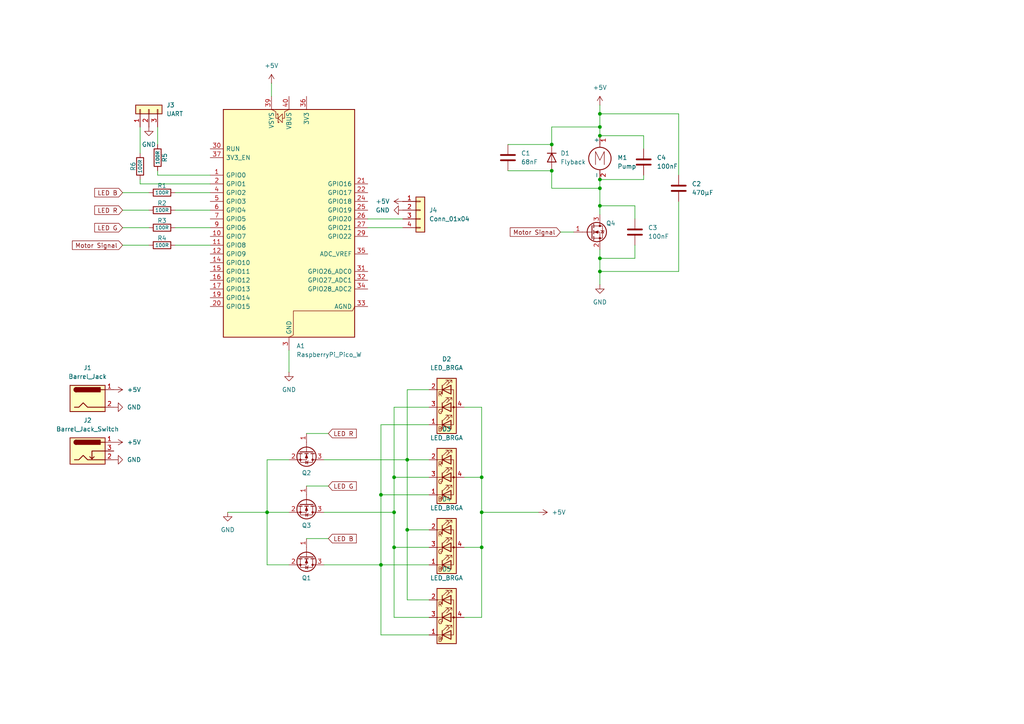
<source format=kicad_sch>
(kicad_sch
	(version 20250114)
	(generator "eeschema")
	(generator_version "9.0")
	(uuid "5346d865-4890-4c47-b17f-cf3fcb62eeb6")
	(paper "A4")
	(lib_symbols
		(symbol "Connector:Barrel_Jack"
			(pin_names
				(offset 1.016)
			)
			(exclude_from_sim no)
			(in_bom yes)
			(on_board yes)
			(property "Reference" "J"
				(at 0 5.334 0)
				(effects
					(font
						(size 1.27 1.27)
					)
				)
			)
			(property "Value" "Barrel_Jack"
				(at 0 -5.08 0)
				(effects
					(font
						(size 1.27 1.27)
					)
				)
			)
			(property "Footprint" ""
				(at 1.27 -1.016 0)
				(effects
					(font
						(size 1.27 1.27)
					)
					(hide yes)
				)
			)
			(property "Datasheet" "~"
				(at 1.27 -1.016 0)
				(effects
					(font
						(size 1.27 1.27)
					)
					(hide yes)
				)
			)
			(property "Description" "DC Barrel Jack"
				(at 0 0 0)
				(effects
					(font
						(size 1.27 1.27)
					)
					(hide yes)
				)
			)
			(property "ki_keywords" "DC power barrel jack connector"
				(at 0 0 0)
				(effects
					(font
						(size 1.27 1.27)
					)
					(hide yes)
				)
			)
			(property "ki_fp_filters" "BarrelJack*"
				(at 0 0 0)
				(effects
					(font
						(size 1.27 1.27)
					)
					(hide yes)
				)
			)
			(symbol "Barrel_Jack_0_1"
				(rectangle
					(start -5.08 3.81)
					(end 5.08 -3.81)
					(stroke
						(width 0.254)
						(type default)
					)
					(fill
						(type background)
					)
				)
				(polyline
					(pts
						(xy -3.81 -2.54) (xy -2.54 -2.54) (xy -1.27 -1.27) (xy 0 -2.54) (xy 2.54 -2.54) (xy 5.08 -2.54)
					)
					(stroke
						(width 0.254)
						(type default)
					)
					(fill
						(type none)
					)
				)
				(arc
					(start -3.302 1.905)
					(mid -3.9343 2.54)
					(end -3.302 3.175)
					(stroke
						(width 0.254)
						(type default)
					)
					(fill
						(type none)
					)
				)
				(arc
					(start -3.302 1.905)
					(mid -3.9343 2.54)
					(end -3.302 3.175)
					(stroke
						(width 0.254)
						(type default)
					)
					(fill
						(type outline)
					)
				)
				(rectangle
					(start 3.683 3.175)
					(end -3.302 1.905)
					(stroke
						(width 0.254)
						(type default)
					)
					(fill
						(type outline)
					)
				)
				(polyline
					(pts
						(xy 5.08 2.54) (xy 3.81 2.54)
					)
					(stroke
						(width 0.254)
						(type default)
					)
					(fill
						(type none)
					)
				)
			)
			(symbol "Barrel_Jack_1_1"
				(pin passive line
					(at 7.62 2.54 180)
					(length 2.54)
					(name "~"
						(effects
							(font
								(size 1.27 1.27)
							)
						)
					)
					(number "1"
						(effects
							(font
								(size 1.27 1.27)
							)
						)
					)
				)
				(pin passive line
					(at 7.62 -2.54 180)
					(length 2.54)
					(name "~"
						(effects
							(font
								(size 1.27 1.27)
							)
						)
					)
					(number "2"
						(effects
							(font
								(size 1.27 1.27)
							)
						)
					)
				)
			)
			(embedded_fonts no)
		)
		(symbol "Connector:Barrel_Jack_Switch"
			(pin_names
				(hide yes)
			)
			(exclude_from_sim no)
			(in_bom yes)
			(on_board yes)
			(property "Reference" "J"
				(at 0 5.334 0)
				(effects
					(font
						(size 1.27 1.27)
					)
				)
			)
			(property "Value" "Barrel_Jack_Switch"
				(at 0 -5.08 0)
				(effects
					(font
						(size 1.27 1.27)
					)
				)
			)
			(property "Footprint" ""
				(at 1.27 -1.016 0)
				(effects
					(font
						(size 1.27 1.27)
					)
					(hide yes)
				)
			)
			(property "Datasheet" "~"
				(at 1.27 -1.016 0)
				(effects
					(font
						(size 1.27 1.27)
					)
					(hide yes)
				)
			)
			(property "Description" "DC Barrel Jack with an internal switch"
				(at 0 0 0)
				(effects
					(font
						(size 1.27 1.27)
					)
					(hide yes)
				)
			)
			(property "ki_keywords" "DC power barrel jack connector"
				(at 0 0 0)
				(effects
					(font
						(size 1.27 1.27)
					)
					(hide yes)
				)
			)
			(property "ki_fp_filters" "BarrelJack*"
				(at 0 0 0)
				(effects
					(font
						(size 1.27 1.27)
					)
					(hide yes)
				)
			)
			(symbol "Barrel_Jack_Switch_0_1"
				(rectangle
					(start -5.08 3.81)
					(end 5.08 -3.81)
					(stroke
						(width 0.254)
						(type default)
					)
					(fill
						(type background)
					)
				)
				(polyline
					(pts
						(xy -3.81 -2.54) (xy -2.54 -2.54) (xy -1.27 -1.27) (xy 0 -2.54) (xy 2.54 -2.54) (xy 5.08 -2.54)
					)
					(stroke
						(width 0.254)
						(type default)
					)
					(fill
						(type none)
					)
				)
				(arc
					(start -3.302 1.905)
					(mid -3.9343 2.54)
					(end -3.302 3.175)
					(stroke
						(width 0.254)
						(type default)
					)
					(fill
						(type none)
					)
				)
				(arc
					(start -3.302 1.905)
					(mid -3.9343 2.54)
					(end -3.302 3.175)
					(stroke
						(width 0.254)
						(type default)
					)
					(fill
						(type outline)
					)
				)
				(polyline
					(pts
						(xy 1.27 -2.286) (xy 1.905 -1.651)
					)
					(stroke
						(width 0.254)
						(type default)
					)
					(fill
						(type none)
					)
				)
				(rectangle
					(start 3.683 3.175)
					(end -3.302 1.905)
					(stroke
						(width 0.254)
						(type default)
					)
					(fill
						(type outline)
					)
				)
				(polyline
					(pts
						(xy 5.08 2.54) (xy 3.81 2.54)
					)
					(stroke
						(width 0.254)
						(type default)
					)
					(fill
						(type none)
					)
				)
				(polyline
					(pts
						(xy 5.08 0) (xy 1.27 0) (xy 1.27 -2.286) (xy 0.635 -1.651)
					)
					(stroke
						(width 0.254)
						(type default)
					)
					(fill
						(type none)
					)
				)
			)
			(symbol "Barrel_Jack_Switch_1_1"
				(pin passive line
					(at 7.62 2.54 180)
					(length 2.54)
					(name "~"
						(effects
							(font
								(size 1.27 1.27)
							)
						)
					)
					(number "1"
						(effects
							(font
								(size 1.27 1.27)
							)
						)
					)
				)
				(pin passive line
					(at 7.62 0 180)
					(length 2.54)
					(name "~"
						(effects
							(font
								(size 1.27 1.27)
							)
						)
					)
					(number "3"
						(effects
							(font
								(size 1.27 1.27)
							)
						)
					)
				)
				(pin passive line
					(at 7.62 -2.54 180)
					(length 2.54)
					(name "~"
						(effects
							(font
								(size 1.27 1.27)
							)
						)
					)
					(number "2"
						(effects
							(font
								(size 1.27 1.27)
							)
						)
					)
				)
			)
			(embedded_fonts no)
		)
		(symbol "Connector_Generic:Conn_01x03"
			(pin_names
				(offset 1.016)
				(hide yes)
			)
			(exclude_from_sim no)
			(in_bom yes)
			(on_board yes)
			(property "Reference" "J"
				(at 0 5.08 0)
				(effects
					(font
						(size 1.27 1.27)
					)
				)
			)
			(property "Value" "Conn_01x03"
				(at 0 -5.08 0)
				(effects
					(font
						(size 1.27 1.27)
					)
				)
			)
			(property "Footprint" ""
				(at 0 0 0)
				(effects
					(font
						(size 1.27 1.27)
					)
					(hide yes)
				)
			)
			(property "Datasheet" "~"
				(at 0 0 0)
				(effects
					(font
						(size 1.27 1.27)
					)
					(hide yes)
				)
			)
			(property "Description" "Generic connector, single row, 01x03, script generated (kicad-library-utils/schlib/autogen/connector/)"
				(at 0 0 0)
				(effects
					(font
						(size 1.27 1.27)
					)
					(hide yes)
				)
			)
			(property "ki_keywords" "connector"
				(at 0 0 0)
				(effects
					(font
						(size 1.27 1.27)
					)
					(hide yes)
				)
			)
			(property "ki_fp_filters" "Connector*:*_1x??_*"
				(at 0 0 0)
				(effects
					(font
						(size 1.27 1.27)
					)
					(hide yes)
				)
			)
			(symbol "Conn_01x03_1_1"
				(rectangle
					(start -1.27 3.81)
					(end 1.27 -3.81)
					(stroke
						(width 0.254)
						(type default)
					)
					(fill
						(type background)
					)
				)
				(rectangle
					(start -1.27 2.667)
					(end 0 2.413)
					(stroke
						(width 0.1524)
						(type default)
					)
					(fill
						(type none)
					)
				)
				(rectangle
					(start -1.27 0.127)
					(end 0 -0.127)
					(stroke
						(width 0.1524)
						(type default)
					)
					(fill
						(type none)
					)
				)
				(rectangle
					(start -1.27 -2.413)
					(end 0 -2.667)
					(stroke
						(width 0.1524)
						(type default)
					)
					(fill
						(type none)
					)
				)
				(pin passive line
					(at -5.08 2.54 0)
					(length 3.81)
					(name "Pin_1"
						(effects
							(font
								(size 1.27 1.27)
							)
						)
					)
					(number "1"
						(effects
							(font
								(size 1.27 1.27)
							)
						)
					)
				)
				(pin passive line
					(at -5.08 0 0)
					(length 3.81)
					(name "Pin_2"
						(effects
							(font
								(size 1.27 1.27)
							)
						)
					)
					(number "2"
						(effects
							(font
								(size 1.27 1.27)
							)
						)
					)
				)
				(pin passive line
					(at -5.08 -2.54 0)
					(length 3.81)
					(name "Pin_3"
						(effects
							(font
								(size 1.27 1.27)
							)
						)
					)
					(number "3"
						(effects
							(font
								(size 1.27 1.27)
							)
						)
					)
				)
			)
			(embedded_fonts no)
		)
		(symbol "Connector_Generic:Conn_01x04"
			(pin_names
				(offset 1.016)
				(hide yes)
			)
			(exclude_from_sim no)
			(in_bom yes)
			(on_board yes)
			(property "Reference" "J"
				(at 0 5.08 0)
				(effects
					(font
						(size 1.27 1.27)
					)
				)
			)
			(property "Value" "Conn_01x04"
				(at 0 -7.62 0)
				(effects
					(font
						(size 1.27 1.27)
					)
				)
			)
			(property "Footprint" ""
				(at 0 0 0)
				(effects
					(font
						(size 1.27 1.27)
					)
					(hide yes)
				)
			)
			(property "Datasheet" "~"
				(at 0 0 0)
				(effects
					(font
						(size 1.27 1.27)
					)
					(hide yes)
				)
			)
			(property "Description" "Generic connector, single row, 01x04, script generated (kicad-library-utils/schlib/autogen/connector/)"
				(at 0 0 0)
				(effects
					(font
						(size 1.27 1.27)
					)
					(hide yes)
				)
			)
			(property "ki_keywords" "connector"
				(at 0 0 0)
				(effects
					(font
						(size 1.27 1.27)
					)
					(hide yes)
				)
			)
			(property "ki_fp_filters" "Connector*:*_1x??_*"
				(at 0 0 0)
				(effects
					(font
						(size 1.27 1.27)
					)
					(hide yes)
				)
			)
			(symbol "Conn_01x04_1_1"
				(rectangle
					(start -1.27 3.81)
					(end 1.27 -6.35)
					(stroke
						(width 0.254)
						(type default)
					)
					(fill
						(type background)
					)
				)
				(rectangle
					(start -1.27 2.667)
					(end 0 2.413)
					(stroke
						(width 0.1524)
						(type default)
					)
					(fill
						(type none)
					)
				)
				(rectangle
					(start -1.27 0.127)
					(end 0 -0.127)
					(stroke
						(width 0.1524)
						(type default)
					)
					(fill
						(type none)
					)
				)
				(rectangle
					(start -1.27 -2.413)
					(end 0 -2.667)
					(stroke
						(width 0.1524)
						(type default)
					)
					(fill
						(type none)
					)
				)
				(rectangle
					(start -1.27 -4.953)
					(end 0 -5.207)
					(stroke
						(width 0.1524)
						(type default)
					)
					(fill
						(type none)
					)
				)
				(pin passive line
					(at -5.08 2.54 0)
					(length 3.81)
					(name "Pin_1"
						(effects
							(font
								(size 1.27 1.27)
							)
						)
					)
					(number "1"
						(effects
							(font
								(size 1.27 1.27)
							)
						)
					)
				)
				(pin passive line
					(at -5.08 0 0)
					(length 3.81)
					(name "Pin_2"
						(effects
							(font
								(size 1.27 1.27)
							)
						)
					)
					(number "2"
						(effects
							(font
								(size 1.27 1.27)
							)
						)
					)
				)
				(pin passive line
					(at -5.08 -2.54 0)
					(length 3.81)
					(name "Pin_3"
						(effects
							(font
								(size 1.27 1.27)
							)
						)
					)
					(number "3"
						(effects
							(font
								(size 1.27 1.27)
							)
						)
					)
				)
				(pin passive line
					(at -5.08 -5.08 0)
					(length 3.81)
					(name "Pin_4"
						(effects
							(font
								(size 1.27 1.27)
							)
						)
					)
					(number "4"
						(effects
							(font
								(size 1.27 1.27)
							)
						)
					)
				)
			)
			(embedded_fonts no)
		)
		(symbol "Device:C"
			(pin_numbers
				(hide yes)
			)
			(pin_names
				(offset 0.254)
			)
			(exclude_from_sim no)
			(in_bom yes)
			(on_board yes)
			(property "Reference" "C"
				(at 0.635 2.54 0)
				(effects
					(font
						(size 1.27 1.27)
					)
					(justify left)
				)
			)
			(property "Value" "C"
				(at 0.635 -2.54 0)
				(effects
					(font
						(size 1.27 1.27)
					)
					(justify left)
				)
			)
			(property "Footprint" ""
				(at 0.9652 -3.81 0)
				(effects
					(font
						(size 1.27 1.27)
					)
					(hide yes)
				)
			)
			(property "Datasheet" "~"
				(at 0 0 0)
				(effects
					(font
						(size 1.27 1.27)
					)
					(hide yes)
				)
			)
			(property "Description" "Unpolarized capacitor"
				(at 0 0 0)
				(effects
					(font
						(size 1.27 1.27)
					)
					(hide yes)
				)
			)
			(property "ki_keywords" "cap capacitor"
				(at 0 0 0)
				(effects
					(font
						(size 1.27 1.27)
					)
					(hide yes)
				)
			)
			(property "ki_fp_filters" "C_*"
				(at 0 0 0)
				(effects
					(font
						(size 1.27 1.27)
					)
					(hide yes)
				)
			)
			(symbol "C_0_1"
				(polyline
					(pts
						(xy -2.032 0.762) (xy 2.032 0.762)
					)
					(stroke
						(width 0.508)
						(type default)
					)
					(fill
						(type none)
					)
				)
				(polyline
					(pts
						(xy -2.032 -0.762) (xy 2.032 -0.762)
					)
					(stroke
						(width 0.508)
						(type default)
					)
					(fill
						(type none)
					)
				)
			)
			(symbol "C_1_1"
				(pin passive line
					(at 0 3.81 270)
					(length 2.794)
					(name "~"
						(effects
							(font
								(size 1.27 1.27)
							)
						)
					)
					(number "1"
						(effects
							(font
								(size 1.27 1.27)
							)
						)
					)
				)
				(pin passive line
					(at 0 -3.81 90)
					(length 2.794)
					(name "~"
						(effects
							(font
								(size 1.27 1.27)
							)
						)
					)
					(number "2"
						(effects
							(font
								(size 1.27 1.27)
							)
						)
					)
				)
			)
			(embedded_fonts no)
		)
		(symbol "Device:D"
			(pin_numbers
				(hide yes)
			)
			(pin_names
				(offset 1.016)
				(hide yes)
			)
			(exclude_from_sim no)
			(in_bom yes)
			(on_board yes)
			(property "Reference" "D"
				(at 0 2.54 0)
				(effects
					(font
						(size 1.27 1.27)
					)
				)
			)
			(property "Value" "D"
				(at 0 -2.54 0)
				(effects
					(font
						(size 1.27 1.27)
					)
				)
			)
			(property "Footprint" ""
				(at 0 0 0)
				(effects
					(font
						(size 1.27 1.27)
					)
					(hide yes)
				)
			)
			(property "Datasheet" "~"
				(at 0 0 0)
				(effects
					(font
						(size 1.27 1.27)
					)
					(hide yes)
				)
			)
			(property "Description" "Diode"
				(at 0 0 0)
				(effects
					(font
						(size 1.27 1.27)
					)
					(hide yes)
				)
			)
			(property "Sim.Device" "D"
				(at 0 0 0)
				(effects
					(font
						(size 1.27 1.27)
					)
					(hide yes)
				)
			)
			(property "Sim.Pins" "1=K 2=A"
				(at 0 0 0)
				(effects
					(font
						(size 1.27 1.27)
					)
					(hide yes)
				)
			)
			(property "ki_keywords" "diode"
				(at 0 0 0)
				(effects
					(font
						(size 1.27 1.27)
					)
					(hide yes)
				)
			)
			(property "ki_fp_filters" "TO-???* *_Diode_* *SingleDiode* D_*"
				(at 0 0 0)
				(effects
					(font
						(size 1.27 1.27)
					)
					(hide yes)
				)
			)
			(symbol "D_0_1"
				(polyline
					(pts
						(xy -1.27 1.27) (xy -1.27 -1.27)
					)
					(stroke
						(width 0.254)
						(type default)
					)
					(fill
						(type none)
					)
				)
				(polyline
					(pts
						(xy 1.27 1.27) (xy 1.27 -1.27) (xy -1.27 0) (xy 1.27 1.27)
					)
					(stroke
						(width 0.254)
						(type default)
					)
					(fill
						(type none)
					)
				)
				(polyline
					(pts
						(xy 1.27 0) (xy -1.27 0)
					)
					(stroke
						(width 0)
						(type default)
					)
					(fill
						(type none)
					)
				)
			)
			(symbol "D_1_1"
				(pin passive line
					(at -3.81 0 0)
					(length 2.54)
					(name "K"
						(effects
							(font
								(size 1.27 1.27)
							)
						)
					)
					(number "1"
						(effects
							(font
								(size 1.27 1.27)
							)
						)
					)
				)
				(pin passive line
					(at 3.81 0 180)
					(length 2.54)
					(name "A"
						(effects
							(font
								(size 1.27 1.27)
							)
						)
					)
					(number "2"
						(effects
							(font
								(size 1.27 1.27)
							)
						)
					)
				)
			)
			(embedded_fonts no)
		)
		(symbol "Device:LED_BRGA"
			(pin_names
				(offset 0)
				(hide yes)
			)
			(exclude_from_sim no)
			(in_bom yes)
			(on_board yes)
			(property "Reference" "D"
				(at 0 9.398 0)
				(effects
					(font
						(size 1.27 1.27)
					)
				)
			)
			(property "Value" "LED_BRGA"
				(at 0 -8.89 0)
				(effects
					(font
						(size 1.27 1.27)
					)
				)
			)
			(property "Footprint" ""
				(at 0 -1.27 0)
				(effects
					(font
						(size 1.27 1.27)
					)
					(hide yes)
				)
			)
			(property "Datasheet" "~"
				(at 0 -1.27 0)
				(effects
					(font
						(size 1.27 1.27)
					)
					(hide yes)
				)
			)
			(property "Description" "RGB LED, blue/red/green/anode"
				(at 0 0 0)
				(effects
					(font
						(size 1.27 1.27)
					)
					(hide yes)
				)
			)
			(property "ki_keywords" "LED RGB diode"
				(at 0 0 0)
				(effects
					(font
						(size 1.27 1.27)
					)
					(hide yes)
				)
			)
			(property "ki_fp_filters" "LED* LED_SMD:* LED_THT:*"
				(at 0 0 0)
				(effects
					(font
						(size 1.27 1.27)
					)
					(hide yes)
				)
			)
			(symbol "LED_BRGA_0_0"
				(text "R"
					(at -1.905 3.81 0)
					(effects
						(font
							(size 1.27 1.27)
						)
					)
				)
				(text "G"
					(at -1.905 -1.27 0)
					(effects
						(font
							(size 1.27 1.27)
						)
					)
				)
				(text "B"
					(at -1.905 -6.35 0)
					(effects
						(font
							(size 1.27 1.27)
						)
					)
				)
			)
			(symbol "LED_BRGA_0_1"
				(polyline
					(pts
						(xy -1.27 6.35) (xy -1.27 3.81)
					)
					(stroke
						(width 0.254)
						(type default)
					)
					(fill
						(type none)
					)
				)
				(polyline
					(pts
						(xy -1.27 6.35) (xy -1.27 3.81) (xy -1.27 3.81)
					)
					(stroke
						(width 0)
						(type default)
					)
					(fill
						(type none)
					)
				)
				(polyline
					(pts
						(xy -1.27 5.08) (xy -2.54 5.08)
					)
					(stroke
						(width 0)
						(type default)
					)
					(fill
						(type none)
					)
				)
				(polyline
					(pts
						(xy -1.27 5.08) (xy 1.27 5.08)
					)
					(stroke
						(width 0)
						(type default)
					)
					(fill
						(type none)
					)
				)
				(polyline
					(pts
						(xy -1.27 1.27) (xy -1.27 -1.27)
					)
					(stroke
						(width 0.254)
						(type default)
					)
					(fill
						(type none)
					)
				)
				(polyline
					(pts
						(xy -1.27 1.27) (xy -1.27 -1.27) (xy -1.27 -1.27)
					)
					(stroke
						(width 0)
						(type default)
					)
					(fill
						(type none)
					)
				)
				(polyline
					(pts
						(xy -1.27 0) (xy -2.54 0)
					)
					(stroke
						(width 0)
						(type default)
					)
					(fill
						(type none)
					)
				)
				(polyline
					(pts
						(xy -1.27 -3.81) (xy -1.27 -6.35)
					)
					(stroke
						(width 0.254)
						(type default)
					)
					(fill
						(type none)
					)
				)
				(polyline
					(pts
						(xy -1.27 -5.08) (xy -2.54 -5.08)
					)
					(stroke
						(width 0)
						(type default)
					)
					(fill
						(type none)
					)
				)
				(polyline
					(pts
						(xy -1.27 -5.08) (xy 1.27 -5.08)
					)
					(stroke
						(width 0)
						(type default)
					)
					(fill
						(type none)
					)
				)
				(polyline
					(pts
						(xy -1.016 6.35) (xy 0.508 7.874) (xy -0.254 7.874) (xy 0.508 7.874) (xy 0.508 7.112)
					)
					(stroke
						(width 0)
						(type default)
					)
					(fill
						(type none)
					)
				)
				(polyline
					(pts
						(xy -1.016 1.27) (xy 0.508 2.794) (xy -0.254 2.794) (xy 0.508 2.794) (xy 0.508 2.032)
					)
					(stroke
						(width 0)
						(type default)
					)
					(fill
						(type none)
					)
				)
				(polyline
					(pts
						(xy -1.016 -3.81) (xy 0.508 -2.286) (xy -0.254 -2.286) (xy 0.508 -2.286) (xy 0.508 -3.048)
					)
					(stroke
						(width 0)
						(type default)
					)
					(fill
						(type none)
					)
				)
				(polyline
					(pts
						(xy 0 6.35) (xy 1.524 7.874) (xy 0.762 7.874) (xy 1.524 7.874) (xy 1.524 7.112)
					)
					(stroke
						(width 0)
						(type default)
					)
					(fill
						(type none)
					)
				)
				(polyline
					(pts
						(xy 0 1.27) (xy 1.524 2.794) (xy 0.762 2.794) (xy 1.524 2.794) (xy 1.524 2.032)
					)
					(stroke
						(width 0)
						(type default)
					)
					(fill
						(type none)
					)
				)
				(polyline
					(pts
						(xy 0 -3.81) (xy 1.524 -2.286) (xy 0.762 -2.286) (xy 1.524 -2.286) (xy 1.524 -3.048)
					)
					(stroke
						(width 0)
						(type default)
					)
					(fill
						(type none)
					)
				)
				(polyline
					(pts
						(xy 1.27 6.35) (xy 1.27 3.81) (xy -1.27 5.08) (xy 1.27 6.35)
					)
					(stroke
						(width 0.254)
						(type default)
					)
					(fill
						(type none)
					)
				)
				(rectangle
					(start 1.27 6.35)
					(end 1.27 6.35)
					(stroke
						(width 0)
						(type default)
					)
					(fill
						(type none)
					)
				)
				(rectangle
					(start 1.27 3.81)
					(end 1.27 6.35)
					(stroke
						(width 0)
						(type default)
					)
					(fill
						(type none)
					)
				)
				(polyline
					(pts
						(xy 1.27 1.27) (xy 1.27 -1.27) (xy -1.27 0) (xy 1.27 1.27)
					)
					(stroke
						(width 0.254)
						(type default)
					)
					(fill
						(type none)
					)
				)
				(rectangle
					(start 1.27 1.27)
					(end 1.27 1.27)
					(stroke
						(width 0)
						(type default)
					)
					(fill
						(type none)
					)
				)
				(polyline
					(pts
						(xy 1.27 0) (xy -1.27 0)
					)
					(stroke
						(width 0)
						(type default)
					)
					(fill
						(type none)
					)
				)
				(polyline
					(pts
						(xy 1.27 0) (xy 2.54 0)
					)
					(stroke
						(width 0)
						(type default)
					)
					(fill
						(type none)
					)
				)
				(rectangle
					(start 1.27 -1.27)
					(end 1.27 1.27)
					(stroke
						(width 0)
						(type default)
					)
					(fill
						(type none)
					)
				)
				(polyline
					(pts
						(xy 1.27 -3.81) (xy 1.27 -6.35) (xy -1.27 -5.08) (xy 1.27 -3.81)
					)
					(stroke
						(width 0.254)
						(type default)
					)
					(fill
						(type none)
					)
				)
				(polyline
					(pts
						(xy 1.27 -5.08) (xy 2.032 -5.08) (xy 2.032 5.08) (xy 1.27 5.08)
					)
					(stroke
						(width 0)
						(type default)
					)
					(fill
						(type none)
					)
				)
				(circle
					(center 2.032 0)
					(radius 0.254)
					(stroke
						(width 0)
						(type default)
					)
					(fill
						(type outline)
					)
				)
				(rectangle
					(start 2.794 8.382)
					(end -2.794 -7.62)
					(stroke
						(width 0.254)
						(type default)
					)
					(fill
						(type background)
					)
				)
			)
			(symbol "LED_BRGA_1_1"
				(pin passive line
					(at -5.08 5.08 0)
					(length 2.54)
					(name "RK"
						(effects
							(font
								(size 1.27 1.27)
							)
						)
					)
					(number "2"
						(effects
							(font
								(size 1.27 1.27)
							)
						)
					)
				)
				(pin passive line
					(at -5.08 0 0)
					(length 2.54)
					(name "GK"
						(effects
							(font
								(size 1.27 1.27)
							)
						)
					)
					(number "3"
						(effects
							(font
								(size 1.27 1.27)
							)
						)
					)
				)
				(pin passive line
					(at -5.08 -5.08 0)
					(length 2.54)
					(name "BK"
						(effects
							(font
								(size 1.27 1.27)
							)
						)
					)
					(number "1"
						(effects
							(font
								(size 1.27 1.27)
							)
						)
					)
				)
				(pin passive line
					(at 5.08 0 180)
					(length 2.54)
					(name "A"
						(effects
							(font
								(size 1.27 1.27)
							)
						)
					)
					(number "4"
						(effects
							(font
								(size 1.27 1.27)
							)
						)
					)
				)
			)
			(embedded_fonts no)
		)
		(symbol "Device:R"
			(pin_numbers
				(hide yes)
			)
			(pin_names
				(offset 0)
			)
			(exclude_from_sim no)
			(in_bom yes)
			(on_board yes)
			(property "Reference" "R"
				(at 2.032 0 90)
				(effects
					(font
						(size 1.27 1.27)
					)
				)
			)
			(property "Value" "R"
				(at 0 0 90)
				(effects
					(font
						(size 1.27 1.27)
					)
				)
			)
			(property "Footprint" ""
				(at -1.778 0 90)
				(effects
					(font
						(size 1.27 1.27)
					)
					(hide yes)
				)
			)
			(property "Datasheet" "~"
				(at 0 0 0)
				(effects
					(font
						(size 1.27 1.27)
					)
					(hide yes)
				)
			)
			(property "Description" "Resistor"
				(at 0 0 0)
				(effects
					(font
						(size 1.27 1.27)
					)
					(hide yes)
				)
			)
			(property "ki_keywords" "R res resistor"
				(at 0 0 0)
				(effects
					(font
						(size 1.27 1.27)
					)
					(hide yes)
				)
			)
			(property "ki_fp_filters" "R_*"
				(at 0 0 0)
				(effects
					(font
						(size 1.27 1.27)
					)
					(hide yes)
				)
			)
			(symbol "R_0_1"
				(rectangle
					(start -1.016 -2.54)
					(end 1.016 2.54)
					(stroke
						(width 0.254)
						(type default)
					)
					(fill
						(type none)
					)
				)
			)
			(symbol "R_1_1"
				(pin passive line
					(at 0 3.81 270)
					(length 1.27)
					(name "~"
						(effects
							(font
								(size 1.27 1.27)
							)
						)
					)
					(number "1"
						(effects
							(font
								(size 1.27 1.27)
							)
						)
					)
				)
				(pin passive line
					(at 0 -3.81 90)
					(length 1.27)
					(name "~"
						(effects
							(font
								(size 1.27 1.27)
							)
						)
					)
					(number "2"
						(effects
							(font
								(size 1.27 1.27)
							)
						)
					)
				)
			)
			(embedded_fonts no)
		)
		(symbol "MCU_Module:RaspberryPi_Pico_W"
			(pin_names
				(offset 0.762)
			)
			(exclude_from_sim no)
			(in_bom yes)
			(on_board yes)
			(property "Reference" "A"
				(at -19.05 35.56 0)
				(effects
					(font
						(size 1.27 1.27)
					)
					(justify left)
				)
			)
			(property "Value" "RaspberryPi_Pico_W"
				(at 7.62 35.56 0)
				(effects
					(font
						(size 1.27 1.27)
					)
					(justify left)
				)
			)
			(property "Footprint" "Module:RaspberryPi_Pico_W_SMD_HandSolder"
				(at 0 -46.99 0)
				(effects
					(font
						(size 1.27 1.27)
					)
					(hide yes)
				)
			)
			(property "Datasheet" "https://datasheets.raspberrypi.com/picow/pico-w-datasheet.pdf"
				(at 0 -49.53 0)
				(effects
					(font
						(size 1.27 1.27)
					)
					(hide yes)
				)
			)
			(property "Description" "Versatile and inexpensive wireless microcontroller module powered by RP2040 dual-core Arm Cortex-M0+ processor up to 133 MHz, 264kB SRAM, 2MB QSPI flash, Infineon CYW43439 2.4GHz 802.11n wireless LAN; also supports Raspberry Pi Pico 2 W"
				(at 0 -52.07 0)
				(effects
					(font
						(size 1.27 1.27)
					)
					(hide yes)
				)
			)
			(property "ki_keywords" "RP2350A M33 RISC-V Hazard3 usb wifi bluetooth"
				(at 0 0 0)
				(effects
					(font
						(size 1.27 1.27)
					)
					(hide yes)
				)
			)
			(property "ki_fp_filters" "RaspberryPi?Pico?Common* RaspberryPi?Pico?W?SMD*"
				(at 0 0 0)
				(effects
					(font
						(size 1.27 1.27)
					)
					(hide yes)
				)
			)
			(symbol "RaspberryPi_Pico_W_0_1"
				(rectangle
					(start -19.05 34.29)
					(end 19.05 -31.75)
					(stroke
						(width 0.254)
						(type default)
					)
					(fill
						(type background)
					)
				)
				(polyline
					(pts
						(xy -5.08 34.29) (xy -3.81 33.655) (xy -3.81 31.75) (xy -3.175 31.75)
					)
					(stroke
						(width 0)
						(type default)
					)
					(fill
						(type none)
					)
				)
				(polyline
					(pts
						(xy -3.429 32.766) (xy -3.429 33.02) (xy -3.175 33.02) (xy -3.175 30.48) (xy -2.921 30.48) (xy -2.921 30.734)
					)
					(stroke
						(width 0)
						(type default)
					)
					(fill
						(type none)
					)
				)
				(polyline
					(pts
						(xy -3.175 31.75) (xy -1.905 33.02) (xy -1.905 30.48) (xy -3.175 31.75)
					)
					(stroke
						(width 0)
						(type default)
					)
					(fill
						(type none)
					)
				)
				(polyline
					(pts
						(xy 0 34.29) (xy -1.27 33.655) (xy -1.27 31.75) (xy -1.905 31.75)
					)
					(stroke
						(width 0)
						(type default)
					)
					(fill
						(type none)
					)
				)
				(polyline
					(pts
						(xy 0 -31.75) (xy 1.27 -31.115) (xy 1.27 -24.13) (xy 18.415 -24.13) (xy 19.05 -22.86)
					)
					(stroke
						(width 0)
						(type default)
					)
					(fill
						(type none)
					)
				)
			)
			(symbol "RaspberryPi_Pico_W_1_1"
				(pin passive line
					(at -22.86 22.86 0)
					(length 3.81)
					(name "RUN"
						(effects
							(font
								(size 1.27 1.27)
							)
						)
					)
					(number "30"
						(effects
							(font
								(size 1.27 1.27)
							)
						)
					)
					(alternate "~{RESET}" passive line)
				)
				(pin passive line
					(at -22.86 20.32 0)
					(length 3.81)
					(name "3V3_EN"
						(effects
							(font
								(size 1.27 1.27)
							)
						)
					)
					(number "37"
						(effects
							(font
								(size 1.27 1.27)
							)
						)
					)
					(alternate "~{3V3_DISABLE}" passive line)
				)
				(pin bidirectional line
					(at -22.86 15.24 0)
					(length 3.81)
					(name "GPIO0"
						(effects
							(font
								(size 1.27 1.27)
							)
						)
					)
					(number "1"
						(effects
							(font
								(size 1.27 1.27)
							)
						)
					)
					(alternate "I2C0_SDA" bidirectional line)
					(alternate "PWM0_A" output line)
					(alternate "SPI0_RX" input line)
					(alternate "UART0_TX" output line)
					(alternate "USB_OVCUR_DET" input line)
				)
				(pin bidirectional line
					(at -22.86 12.7 0)
					(length 3.81)
					(name "GPIO1"
						(effects
							(font
								(size 1.27 1.27)
							)
						)
					)
					(number "2"
						(effects
							(font
								(size 1.27 1.27)
							)
						)
					)
					(alternate "I2C0_SCL" bidirectional clock)
					(alternate "PWM0_B" bidirectional line)
					(alternate "UART0_RX" input line)
					(alternate "USB_VBUS_DET" passive line)
					(alternate "~{SPI0_CSn}" bidirectional line)
				)
				(pin bidirectional line
					(at -22.86 10.16 0)
					(length 3.81)
					(name "GPIO2"
						(effects
							(font
								(size 1.27 1.27)
							)
						)
					)
					(number "4"
						(effects
							(font
								(size 1.27 1.27)
							)
						)
					)
					(alternate "I2C1_SDA" bidirectional line)
					(alternate "PWM1_A" output line)
					(alternate "SPI0_SCK" bidirectional clock)
					(alternate "UART0_CTS" input line)
					(alternate "USB_VBUS_EN" output line)
				)
				(pin bidirectional line
					(at -22.86 7.62 0)
					(length 3.81)
					(name "GPIO3"
						(effects
							(font
								(size 1.27 1.27)
							)
						)
					)
					(number "5"
						(effects
							(font
								(size 1.27 1.27)
							)
						)
					)
					(alternate "I2C1_SCL" bidirectional clock)
					(alternate "PWM1_B" bidirectional line)
					(alternate "SPI0_TX" output line)
					(alternate "UART0_RTS" output line)
					(alternate "USB_OVCUR_DET" input line)
				)
				(pin bidirectional line
					(at -22.86 5.08 0)
					(length 3.81)
					(name "GPIO4"
						(effects
							(font
								(size 1.27 1.27)
							)
						)
					)
					(number "6"
						(effects
							(font
								(size 1.27 1.27)
							)
						)
					)
					(alternate "I2C0_SDA" bidirectional line)
					(alternate "PWM2_A" output line)
					(alternate "SPI0_RX" input line)
					(alternate "UART1_TX" output line)
					(alternate "USB_VBUS_DET" input line)
				)
				(pin bidirectional line
					(at -22.86 2.54 0)
					(length 3.81)
					(name "GPIO5"
						(effects
							(font
								(size 1.27 1.27)
							)
						)
					)
					(number "7"
						(effects
							(font
								(size 1.27 1.27)
							)
						)
					)
					(alternate "I2C0_SCL" bidirectional clock)
					(alternate "PWM2_B" bidirectional line)
					(alternate "UART1_RX" input line)
					(alternate "USB_VBUS_EN" output line)
					(alternate "~{SPI0_CSn}" bidirectional line)
				)
				(pin bidirectional line
					(at -22.86 0 0)
					(length 3.81)
					(name "GPIO6"
						(effects
							(font
								(size 1.27 1.27)
							)
						)
					)
					(number "9"
						(effects
							(font
								(size 1.27 1.27)
							)
						)
					)
					(alternate "I2C1_SDA" bidirectional line)
					(alternate "PWM3_A" output line)
					(alternate "SPI0_SCK" bidirectional clock)
					(alternate "UART1_CTS" input line)
					(alternate "USB_OVCUR_DET" input line)
				)
				(pin bidirectional line
					(at -22.86 -2.54 0)
					(length 3.81)
					(name "GPIO7"
						(effects
							(font
								(size 1.27 1.27)
							)
						)
					)
					(number "10"
						(effects
							(font
								(size 1.27 1.27)
							)
						)
					)
					(alternate "I2C1_SCL" bidirectional clock)
					(alternate "PWM3_B" bidirectional line)
					(alternate "SPI0_TX" output line)
					(alternate "UART1_RTS" output line)
					(alternate "USB_VBUS_DET" input line)
				)
				(pin bidirectional line
					(at -22.86 -5.08 0)
					(length 3.81)
					(name "GPIO8"
						(effects
							(font
								(size 1.27 1.27)
							)
						)
					)
					(number "11"
						(effects
							(font
								(size 1.27 1.27)
							)
						)
					)
					(alternate "I2C0_SDA" bidirectional line)
					(alternate "PWM4_A" output line)
					(alternate "SPI1_RX" input line)
					(alternate "UART1_TX" output line)
					(alternate "USB_VBUS_EN" output line)
				)
				(pin bidirectional line
					(at -22.86 -7.62 0)
					(length 3.81)
					(name "GPIO9"
						(effects
							(font
								(size 1.27 1.27)
							)
						)
					)
					(number "12"
						(effects
							(font
								(size 1.27 1.27)
							)
						)
					)
					(alternate "I2C0_SCL" bidirectional clock)
					(alternate "PWM4_B" bidirectional line)
					(alternate "UART1_RX" input line)
					(alternate "USB_OVCUR_DET" input line)
					(alternate "~{SPI1_CSn}" bidirectional line)
				)
				(pin bidirectional line
					(at -22.86 -10.16 0)
					(length 3.81)
					(name "GPIO10"
						(effects
							(font
								(size 1.27 1.27)
							)
						)
					)
					(number "14"
						(effects
							(font
								(size 1.27 1.27)
							)
						)
					)
					(alternate "I2C1_SDA" bidirectional line)
					(alternate "PWM5_A" output line)
					(alternate "SPI1_SCK" bidirectional clock)
					(alternate "UART1_CTS" input line)
					(alternate "USB_VBUS_DET" input line)
				)
				(pin bidirectional line
					(at -22.86 -12.7 0)
					(length 3.81)
					(name "GPIO11"
						(effects
							(font
								(size 1.27 1.27)
							)
						)
					)
					(number "15"
						(effects
							(font
								(size 1.27 1.27)
							)
						)
					)
					(alternate "I2C1_SCL" bidirectional clock)
					(alternate "PWM5_B" bidirectional line)
					(alternate "SPI1_TX" output line)
					(alternate "UART1_RTS" output line)
					(alternate "USB_VBUS_EN" output line)
				)
				(pin bidirectional line
					(at -22.86 -15.24 0)
					(length 3.81)
					(name "GPIO12"
						(effects
							(font
								(size 1.27 1.27)
							)
						)
					)
					(number "16"
						(effects
							(font
								(size 1.27 1.27)
							)
						)
					)
					(alternate "I2C0_SDA" bidirectional line)
					(alternate "PWM6_A" output line)
					(alternate "SPI1_RX" input line)
					(alternate "UART0_TX" output line)
					(alternate "USB_OVCUR_DET" input line)
				)
				(pin bidirectional line
					(at -22.86 -17.78 0)
					(length 3.81)
					(name "GPIO13"
						(effects
							(font
								(size 1.27 1.27)
							)
						)
					)
					(number "17"
						(effects
							(font
								(size 1.27 1.27)
							)
						)
					)
					(alternate "I2C0_SCL" bidirectional clock)
					(alternate "PWM6_B" bidirectional line)
					(alternate "UART0_RX" input line)
					(alternate "USB_VBUS_DET" input line)
					(alternate "~{SPI1_CSn}" bidirectional line)
				)
				(pin bidirectional line
					(at -22.86 -20.32 0)
					(length 3.81)
					(name "GPIO14"
						(effects
							(font
								(size 1.27 1.27)
							)
						)
					)
					(number "19"
						(effects
							(font
								(size 1.27 1.27)
							)
						)
					)
					(alternate "I2C1_SDA" bidirectional line)
					(alternate "PWM7_A" output line)
					(alternate "SPI1_SCK" bidirectional clock)
					(alternate "UART0_CTS" input line)
					(alternate "USB_VBUS_EN" output line)
				)
				(pin bidirectional line
					(at -22.86 -22.86 0)
					(length 3.81)
					(name "GPIO15"
						(effects
							(font
								(size 1.27 1.27)
							)
						)
					)
					(number "20"
						(effects
							(font
								(size 1.27 1.27)
							)
						)
					)
					(alternate "I2C1_SCL" bidirectional clock)
					(alternate "PWM7_B" bidirectional line)
					(alternate "SPI1_TX" output line)
					(alternate "UART0_RTS" output line)
					(alternate "USB_OVCUR_DET" input line)
				)
				(pin power_in line
					(at -5.08 38.1 270)
					(length 3.81)
					(name "VSYS"
						(effects
							(font
								(size 1.27 1.27)
							)
						)
					)
					(number "39"
						(effects
							(font
								(size 1.27 1.27)
							)
						)
					)
					(alternate "VSYS_OUT" power_out line)
				)
				(pin power_out line
					(at 0 38.1 270)
					(length 3.81)
					(name "VBUS"
						(effects
							(font
								(size 1.27 1.27)
							)
						)
					)
					(number "40"
						(effects
							(font
								(size 1.27 1.27)
							)
						)
					)
					(alternate "VBUS_IN" power_in line)
				)
				(pin passive line
					(at 0 -35.56 90)
					(length 3.81)
					(hide yes)
					(name "GND"
						(effects
							(font
								(size 1.27 1.27)
							)
						)
					)
					(number "13"
						(effects
							(font
								(size 1.27 1.27)
							)
						)
					)
				)
				(pin passive line
					(at 0 -35.56 90)
					(length 3.81)
					(hide yes)
					(name "GND"
						(effects
							(font
								(size 1.27 1.27)
							)
						)
					)
					(number "18"
						(effects
							(font
								(size 1.27 1.27)
							)
						)
					)
				)
				(pin passive line
					(at 0 -35.56 90)
					(length 3.81)
					(hide yes)
					(name "GND"
						(effects
							(font
								(size 1.27 1.27)
							)
						)
					)
					(number "23"
						(effects
							(font
								(size 1.27 1.27)
							)
						)
					)
				)
				(pin passive line
					(at 0 -35.56 90)
					(length 3.81)
					(hide yes)
					(name "GND"
						(effects
							(font
								(size 1.27 1.27)
							)
						)
					)
					(number "28"
						(effects
							(font
								(size 1.27 1.27)
							)
						)
					)
				)
				(pin power_out line
					(at 0 -35.56 90)
					(length 3.81)
					(name "GND"
						(effects
							(font
								(size 1.27 1.27)
							)
						)
					)
					(number "3"
						(effects
							(font
								(size 1.27 1.27)
							)
						)
					)
					(alternate "GND_IN" power_in line)
				)
				(pin passive line
					(at 0 -35.56 90)
					(length 3.81)
					(hide yes)
					(name "GND"
						(effects
							(font
								(size 1.27 1.27)
							)
						)
					)
					(number "38"
						(effects
							(font
								(size 1.27 1.27)
							)
						)
					)
				)
				(pin passive line
					(at 0 -35.56 90)
					(length 3.81)
					(hide yes)
					(name "GND"
						(effects
							(font
								(size 1.27 1.27)
							)
						)
					)
					(number "8"
						(effects
							(font
								(size 1.27 1.27)
							)
						)
					)
				)
				(pin power_out line
					(at 5.08 38.1 270)
					(length 3.81)
					(name "3V3"
						(effects
							(font
								(size 1.27 1.27)
							)
						)
					)
					(number "36"
						(effects
							(font
								(size 1.27 1.27)
							)
						)
					)
				)
				(pin bidirectional line
					(at 22.86 12.7 180)
					(length 3.81)
					(name "GPIO16"
						(effects
							(font
								(size 1.27 1.27)
							)
						)
					)
					(number "21"
						(effects
							(font
								(size 1.27 1.27)
							)
						)
					)
					(alternate "I2C0_SDA" bidirectional line)
					(alternate "PWM0_A" output line)
					(alternate "SPI0_RX" input line)
					(alternate "UART0_TX" output line)
					(alternate "USB_VBUS_DET" input line)
				)
				(pin bidirectional line
					(at 22.86 10.16 180)
					(length 3.81)
					(name "GPIO17"
						(effects
							(font
								(size 1.27 1.27)
							)
						)
					)
					(number "22"
						(effects
							(font
								(size 1.27 1.27)
							)
						)
					)
					(alternate "I2C0_SCL" bidirectional clock)
					(alternate "PWM0_B" bidirectional line)
					(alternate "UART0_RX" input line)
					(alternate "USB_VBUS_EN" output line)
					(alternate "~{SPI0_CSn}" bidirectional line)
				)
				(pin bidirectional line
					(at 22.86 7.62 180)
					(length 3.81)
					(name "GPIO18"
						(effects
							(font
								(size 1.27 1.27)
							)
						)
					)
					(number "24"
						(effects
							(font
								(size 1.27 1.27)
							)
						)
					)
					(alternate "I2C1_SDA" bidirectional line)
					(alternate "PWM1_A" output line)
					(alternate "SPI0_SCK" bidirectional clock)
					(alternate "UART0_CTS" input line)
					(alternate "USB_OVCUR_DET" input line)
				)
				(pin bidirectional line
					(at 22.86 5.08 180)
					(length 3.81)
					(name "GPIO19"
						(effects
							(font
								(size 1.27 1.27)
							)
						)
					)
					(number "25"
						(effects
							(font
								(size 1.27 1.27)
							)
						)
					)
					(alternate "I2C1_SCL" bidirectional clock)
					(alternate "PWM1_B" bidirectional line)
					(alternate "SPI0_TX" output line)
					(alternate "UART0_RTS" output line)
					(alternate "USB_VBUS_DET" input line)
				)
				(pin bidirectional line
					(at 22.86 2.54 180)
					(length 3.81)
					(name "GPIO20"
						(effects
							(font
								(size 1.27 1.27)
							)
						)
					)
					(number "26"
						(effects
							(font
								(size 1.27 1.27)
							)
						)
					)
					(alternate "CLOCK_GPIN0" input clock)
					(alternate "I2C0_SDA" bidirectional line)
					(alternate "PWM2_A" output line)
					(alternate "SPI0_RX" input line)
					(alternate "UART1_TX" output line)
					(alternate "USB_VBUS_EN" output line)
				)
				(pin bidirectional line
					(at 22.86 0 180)
					(length 3.81)
					(name "GPIO21"
						(effects
							(font
								(size 1.27 1.27)
							)
						)
					)
					(number "27"
						(effects
							(font
								(size 1.27 1.27)
							)
						)
					)
					(alternate "CLOCK_GPOUT0" output clock)
					(alternate "I2C0_SCL" bidirectional clock)
					(alternate "PWM2_B" bidirectional line)
					(alternate "UART1_RX" input line)
					(alternate "USB_OVCUR_DET" input line)
					(alternate "~{SPI0_CSn}" bidirectional line)
				)
				(pin bidirectional line
					(at 22.86 -2.54 180)
					(length 3.81)
					(name "GPIO22"
						(effects
							(font
								(size 1.27 1.27)
							)
						)
					)
					(number "29"
						(effects
							(font
								(size 1.27 1.27)
							)
						)
					)
					(alternate "CLOCK_GPIN1" input clock)
					(alternate "I2C1_SDA" bidirectional line)
					(alternate "PWM3_A" output line)
					(alternate "SPI0_SCK" bidirectional clock)
					(alternate "UART1_CTS" input line)
					(alternate "USB_VBUS_DET" input line)
				)
				(pin power_in line
					(at 22.86 -7.62 180)
					(length 3.81)
					(name "ADC_VREF"
						(effects
							(font
								(size 1.27 1.27)
							)
						)
					)
					(number "35"
						(effects
							(font
								(size 1.27 1.27)
							)
						)
					)
				)
				(pin bidirectional line
					(at 22.86 -12.7 180)
					(length 3.81)
					(name "GPIO26_ADC0"
						(effects
							(font
								(size 1.27 1.27)
							)
						)
					)
					(number "31"
						(effects
							(font
								(size 1.27 1.27)
							)
						)
					)
					(alternate "ADC0" input line)
					(alternate "GPIO26" bidirectional line)
					(alternate "I2C1_SDA" bidirectional line)
					(alternate "PWM5_A" output line)
					(alternate "SPI1_SCK" bidirectional clock)
					(alternate "UART1_CTS" input line)
					(alternate "USB_VBUS_EN" output line)
				)
				(pin bidirectional line
					(at 22.86 -15.24 180)
					(length 3.81)
					(name "GPIO27_ADC1"
						(effects
							(font
								(size 1.27 1.27)
							)
						)
					)
					(number "32"
						(effects
							(font
								(size 1.27 1.27)
							)
						)
					)
					(alternate "ADC1" input line)
					(alternate "GPIO27" bidirectional line)
					(alternate "I2C1_SCL" bidirectional clock)
					(alternate "PWM5_B" bidirectional line)
					(alternate "SPI1_TX" output line)
					(alternate "UART1_RTS" output line)
					(alternate "USB_OVCUR_DET" input line)
				)
				(pin bidirectional line
					(at 22.86 -17.78 180)
					(length 3.81)
					(name "GPIO28_ADC2"
						(effects
							(font
								(size 1.27 1.27)
							)
						)
					)
					(number "34"
						(effects
							(font
								(size 1.27 1.27)
							)
						)
					)
					(alternate "ADC2" input line)
					(alternate "GPIO28" bidirectional line)
					(alternate "I2C0_SDA" bidirectional line)
					(alternate "PWM6_A" output line)
					(alternate "SPI1_RX" input line)
					(alternate "UART0_TX" output line)
					(alternate "USB_VBUS_DET" input line)
				)
				(pin power_out line
					(at 22.86 -22.86 180)
					(length 3.81)
					(name "AGND"
						(effects
							(font
								(size 1.27 1.27)
							)
						)
					)
					(number "33"
						(effects
							(font
								(size 1.27 1.27)
							)
						)
					)
					(alternate "GND" passive line)
				)
			)
			(embedded_fonts no)
		)
		(symbol "Motor:Motor_DC"
			(pin_names
				(offset 0)
			)
			(exclude_from_sim no)
			(in_bom yes)
			(on_board yes)
			(property "Reference" "M"
				(at 2.54 2.54 0)
				(effects
					(font
						(size 1.27 1.27)
					)
					(justify left)
				)
			)
			(property "Value" "Motor_DC"
				(at 2.54 -5.08 0)
				(effects
					(font
						(size 1.27 1.27)
					)
					(justify left top)
				)
			)
			(property "Footprint" ""
				(at 0 -2.286 0)
				(effects
					(font
						(size 1.27 1.27)
					)
					(hide yes)
				)
			)
			(property "Datasheet" "~"
				(at 0 -2.286 0)
				(effects
					(font
						(size 1.27 1.27)
					)
					(hide yes)
				)
			)
			(property "Description" "DC Motor"
				(at 0 0 0)
				(effects
					(font
						(size 1.27 1.27)
					)
					(hide yes)
				)
			)
			(property "ki_keywords" "DC Motor"
				(at 0 0 0)
				(effects
					(font
						(size 1.27 1.27)
					)
					(hide yes)
				)
			)
			(property "ki_fp_filters" "PinHeader*P2.54mm* TerminalBlock*"
				(at 0 0 0)
				(effects
					(font
						(size 1.27 1.27)
					)
					(hide yes)
				)
			)
			(symbol "Motor_DC_0_0"
				(polyline
					(pts
						(xy -1.27 -3.302) (xy -1.27 0.508) (xy 0 -2.032) (xy 1.27 0.508) (xy 1.27 -3.302)
					)
					(stroke
						(width 0)
						(type default)
					)
					(fill
						(type none)
					)
				)
			)
			(symbol "Motor_DC_0_1"
				(polyline
					(pts
						(xy 0 2.032) (xy 0 2.54)
					)
					(stroke
						(width 0)
						(type default)
					)
					(fill
						(type none)
					)
				)
				(polyline
					(pts
						(xy 0 1.7272) (xy 0 2.0828)
					)
					(stroke
						(width 0)
						(type default)
					)
					(fill
						(type none)
					)
				)
				(circle
					(center 0 -1.524)
					(radius 3.2512)
					(stroke
						(width 0.254)
						(type default)
					)
					(fill
						(type none)
					)
				)
				(polyline
					(pts
						(xy 0 -4.7752) (xy 0 -5.1816)
					)
					(stroke
						(width 0)
						(type default)
					)
					(fill
						(type none)
					)
				)
				(polyline
					(pts
						(xy 0 -7.62) (xy 0 -7.112)
					)
					(stroke
						(width 0)
						(type default)
					)
					(fill
						(type none)
					)
				)
			)
			(symbol "Motor_DC_1_1"
				(pin passive line
					(at 0 5.08 270)
					(length 2.54)
					(name "+"
						(effects
							(font
								(size 1.27 1.27)
							)
						)
					)
					(number "1"
						(effects
							(font
								(size 1.27 1.27)
							)
						)
					)
				)
				(pin passive line
					(at 0 -7.62 90)
					(length 2.54)
					(name "-"
						(effects
							(font
								(size 1.27 1.27)
							)
						)
					)
					(number "2"
						(effects
							(font
								(size 1.27 1.27)
							)
						)
					)
				)
			)
			(embedded_fonts no)
		)
		(symbol "Transistor_FET:AO3400A"
			(pin_names
				(hide yes)
			)
			(exclude_from_sim no)
			(in_bom yes)
			(on_board yes)
			(property "Reference" "Q"
				(at 5.08 1.905 0)
				(effects
					(font
						(size 1.27 1.27)
					)
					(justify left)
				)
			)
			(property "Value" "AO3400A"
				(at 5.08 0 0)
				(effects
					(font
						(size 1.27 1.27)
					)
					(justify left)
				)
			)
			(property "Footprint" "Package_TO_SOT_SMD:SOT-23"
				(at 5.08 -1.905 0)
				(effects
					(font
						(size 1.27 1.27)
						(italic yes)
					)
					(justify left)
					(hide yes)
				)
			)
			(property "Datasheet" "http://www.aosmd.com/pdfs/datasheet/AO3400A.pdf"
				(at 5.08 -3.81 0)
				(effects
					(font
						(size 1.27 1.27)
					)
					(justify left)
					(hide yes)
				)
			)
			(property "Description" "30V Vds, 5.7A Id, N-Channel MOSFET, SOT-23"
				(at 0 0 0)
				(effects
					(font
						(size 1.27 1.27)
					)
					(hide yes)
				)
			)
			(property "ki_keywords" "N-Channel MOSFET"
				(at 0 0 0)
				(effects
					(font
						(size 1.27 1.27)
					)
					(hide yes)
				)
			)
			(property "ki_fp_filters" "SOT?23*"
				(at 0 0 0)
				(effects
					(font
						(size 1.27 1.27)
					)
					(hide yes)
				)
			)
			(symbol "AO3400A_0_1"
				(polyline
					(pts
						(xy 0.254 1.905) (xy 0.254 -1.905)
					)
					(stroke
						(width 0.254)
						(type default)
					)
					(fill
						(type none)
					)
				)
				(polyline
					(pts
						(xy 0.254 0) (xy -2.54 0)
					)
					(stroke
						(width 0)
						(type default)
					)
					(fill
						(type none)
					)
				)
				(polyline
					(pts
						(xy 0.762 2.286) (xy 0.762 1.27)
					)
					(stroke
						(width 0.254)
						(type default)
					)
					(fill
						(type none)
					)
				)
				(polyline
					(pts
						(xy 0.762 0.508) (xy 0.762 -0.508)
					)
					(stroke
						(width 0.254)
						(type default)
					)
					(fill
						(type none)
					)
				)
				(polyline
					(pts
						(xy 0.762 -1.27) (xy 0.762 -2.286)
					)
					(stroke
						(width 0.254)
						(type default)
					)
					(fill
						(type none)
					)
				)
				(polyline
					(pts
						(xy 0.762 -1.778) (xy 3.302 -1.778) (xy 3.302 1.778) (xy 0.762 1.778)
					)
					(stroke
						(width 0)
						(type default)
					)
					(fill
						(type none)
					)
				)
				(polyline
					(pts
						(xy 1.016 0) (xy 2.032 0.381) (xy 2.032 -0.381) (xy 1.016 0)
					)
					(stroke
						(width 0)
						(type default)
					)
					(fill
						(type outline)
					)
				)
				(circle
					(center 1.651 0)
					(radius 2.794)
					(stroke
						(width 0.254)
						(type default)
					)
					(fill
						(type none)
					)
				)
				(polyline
					(pts
						(xy 2.54 2.54) (xy 2.54 1.778)
					)
					(stroke
						(width 0)
						(type default)
					)
					(fill
						(type none)
					)
				)
				(circle
					(center 2.54 1.778)
					(radius 0.254)
					(stroke
						(width 0)
						(type default)
					)
					(fill
						(type outline)
					)
				)
				(circle
					(center 2.54 -1.778)
					(radius 0.254)
					(stroke
						(width 0)
						(type default)
					)
					(fill
						(type outline)
					)
				)
				(polyline
					(pts
						(xy 2.54 -2.54) (xy 2.54 0) (xy 0.762 0)
					)
					(stroke
						(width 0)
						(type default)
					)
					(fill
						(type none)
					)
				)
				(polyline
					(pts
						(xy 2.794 0.508) (xy 2.921 0.381) (xy 3.683 0.381) (xy 3.81 0.254)
					)
					(stroke
						(width 0)
						(type default)
					)
					(fill
						(type none)
					)
				)
				(polyline
					(pts
						(xy 3.302 0.381) (xy 2.921 -0.254) (xy 3.683 -0.254) (xy 3.302 0.381)
					)
					(stroke
						(width 0)
						(type default)
					)
					(fill
						(type none)
					)
				)
			)
			(symbol "AO3400A_1_1"
				(pin input line
					(at -5.08 0 0)
					(length 2.54)
					(name "G"
						(effects
							(font
								(size 1.27 1.27)
							)
						)
					)
					(number "1"
						(effects
							(font
								(size 1.27 1.27)
							)
						)
					)
				)
				(pin passive line
					(at 2.54 5.08 270)
					(length 2.54)
					(name "D"
						(effects
							(font
								(size 1.27 1.27)
							)
						)
					)
					(number "3"
						(effects
							(font
								(size 1.27 1.27)
							)
						)
					)
				)
				(pin passive line
					(at 2.54 -5.08 90)
					(length 2.54)
					(name "S"
						(effects
							(font
								(size 1.27 1.27)
							)
						)
					)
					(number "2"
						(effects
							(font
								(size 1.27 1.27)
							)
						)
					)
				)
			)
			(embedded_fonts no)
		)
		(symbol "power:+5V"
			(power)
			(pin_numbers
				(hide yes)
			)
			(pin_names
				(offset 0)
				(hide yes)
			)
			(exclude_from_sim no)
			(in_bom yes)
			(on_board yes)
			(property "Reference" "#PWR"
				(at 0 -3.81 0)
				(effects
					(font
						(size 1.27 1.27)
					)
					(hide yes)
				)
			)
			(property "Value" "+5V"
				(at 0 3.556 0)
				(effects
					(font
						(size 1.27 1.27)
					)
				)
			)
			(property "Footprint" ""
				(at 0 0 0)
				(effects
					(font
						(size 1.27 1.27)
					)
					(hide yes)
				)
			)
			(property "Datasheet" ""
				(at 0 0 0)
				(effects
					(font
						(size 1.27 1.27)
					)
					(hide yes)
				)
			)
			(property "Description" "Power symbol creates a global label with name \"+5V\""
				(at 0 0 0)
				(effects
					(font
						(size 1.27 1.27)
					)
					(hide yes)
				)
			)
			(property "ki_keywords" "global power"
				(at 0 0 0)
				(effects
					(font
						(size 1.27 1.27)
					)
					(hide yes)
				)
			)
			(symbol "+5V_0_1"
				(polyline
					(pts
						(xy -0.762 1.27) (xy 0 2.54)
					)
					(stroke
						(width 0)
						(type default)
					)
					(fill
						(type none)
					)
				)
				(polyline
					(pts
						(xy 0 2.54) (xy 0.762 1.27)
					)
					(stroke
						(width 0)
						(type default)
					)
					(fill
						(type none)
					)
				)
				(polyline
					(pts
						(xy 0 0) (xy 0 2.54)
					)
					(stroke
						(width 0)
						(type default)
					)
					(fill
						(type none)
					)
				)
			)
			(symbol "+5V_1_1"
				(pin power_in line
					(at 0 0 90)
					(length 0)
					(name "~"
						(effects
							(font
								(size 1.27 1.27)
							)
						)
					)
					(number "1"
						(effects
							(font
								(size 1.27 1.27)
							)
						)
					)
				)
			)
			(embedded_fonts no)
		)
		(symbol "power:GND"
			(power)
			(pin_numbers
				(hide yes)
			)
			(pin_names
				(offset 0)
				(hide yes)
			)
			(exclude_from_sim no)
			(in_bom yes)
			(on_board yes)
			(property "Reference" "#PWR"
				(at 0 -6.35 0)
				(effects
					(font
						(size 1.27 1.27)
					)
					(hide yes)
				)
			)
			(property "Value" "GND"
				(at 0 -3.81 0)
				(effects
					(font
						(size 1.27 1.27)
					)
				)
			)
			(property "Footprint" ""
				(at 0 0 0)
				(effects
					(font
						(size 1.27 1.27)
					)
					(hide yes)
				)
			)
			(property "Datasheet" ""
				(at 0 0 0)
				(effects
					(font
						(size 1.27 1.27)
					)
					(hide yes)
				)
			)
			(property "Description" "Power symbol creates a global label with name \"GND\" , ground"
				(at 0 0 0)
				(effects
					(font
						(size 1.27 1.27)
					)
					(hide yes)
				)
			)
			(property "ki_keywords" "global power"
				(at 0 0 0)
				(effects
					(font
						(size 1.27 1.27)
					)
					(hide yes)
				)
			)
			(symbol "GND_0_1"
				(polyline
					(pts
						(xy 0 0) (xy 0 -1.27) (xy 1.27 -1.27) (xy 0 -2.54) (xy -1.27 -1.27) (xy 0 -1.27)
					)
					(stroke
						(width 0)
						(type default)
					)
					(fill
						(type none)
					)
				)
			)
			(symbol "GND_1_1"
				(pin power_in line
					(at 0 0 270)
					(length 0)
					(name "~"
						(effects
							(font
								(size 1.27 1.27)
							)
						)
					)
					(number "1"
						(effects
							(font
								(size 1.27 1.27)
							)
						)
					)
				)
			)
			(embedded_fonts no)
		)
	)
	(junction
		(at 173.99 78.74)
		(diameter 0)
		(color 0 0 0 0)
		(uuid "021095b3-6557-4ab9-9198-78cb24f15e50")
	)
	(junction
		(at 160.02 49.53)
		(diameter 0)
		(color 0 0 0 0)
		(uuid "10fd47fd-2b10-49c7-8ae1-dceec92a8a6f")
	)
	(junction
		(at 173.99 33.02)
		(diameter 0)
		(color 0 0 0 0)
		(uuid "1499dd59-a5ad-4faf-92f1-7e11eaebe4b4")
	)
	(junction
		(at 173.99 39.37)
		(diameter 0)
		(color 0 0 0 0)
		(uuid "188daa78-3509-4dfb-a4a5-47add250eb7c")
	)
	(junction
		(at 110.49 143.51)
		(diameter 0)
		(color 0 0 0 0)
		(uuid "401da2df-2bb4-4859-8b70-51a6b0cccb5d")
	)
	(junction
		(at 173.99 74.93)
		(diameter 0)
		(color 0 0 0 0)
		(uuid "54966c51-278c-4265-a09d-b543a8cac2cf")
	)
	(junction
		(at 118.11 153.67)
		(diameter 0)
		(color 0 0 0 0)
		(uuid "5bcf3cee-c813-4bf1-8980-eb835d3aa24a")
	)
	(junction
		(at 139.7 158.75)
		(diameter 0)
		(color 0 0 0 0)
		(uuid "61ae7dc3-3a4a-4480-b483-894139bcc10f")
	)
	(junction
		(at 173.99 59.69)
		(diameter 0)
		(color 0 0 0 0)
		(uuid "66042c07-c297-407c-bd0c-72a0340d785b")
	)
	(junction
		(at 118.11 133.35)
		(diameter 0)
		(color 0 0 0 0)
		(uuid "786ea38d-82b6-4f4b-8cad-03e0e004eafa")
	)
	(junction
		(at 139.7 138.43)
		(diameter 0)
		(color 0 0 0 0)
		(uuid "80a4dc3f-e853-4e4d-bac6-5681a4dec63a")
	)
	(junction
		(at 160.02 41.91)
		(diameter 0)
		(color 0 0 0 0)
		(uuid "891c2def-d17b-4e77-ae00-71851c9e1970")
	)
	(junction
		(at 173.99 54.61)
		(diameter 0)
		(color 0 0 0 0)
		(uuid "8d1c8459-b75f-438f-b900-79c97fbf6c5c")
	)
	(junction
		(at 139.7 148.59)
		(diameter 0)
		(color 0 0 0 0)
		(uuid "9479566f-65c9-4edb-b8ad-fc8c6a27835f")
	)
	(junction
		(at 77.47 148.59)
		(diameter 0)
		(color 0 0 0 0)
		(uuid "95f1234d-2cc9-47e0-a72c-8b90a4448600")
	)
	(junction
		(at 173.99 36.83)
		(diameter 0)
		(color 0 0 0 0)
		(uuid "974001ce-39b2-40a3-8e81-56a14134933c")
	)
	(junction
		(at 110.49 163.83)
		(diameter 0)
		(color 0 0 0 0)
		(uuid "9a3e00d1-be0b-450b-8642-9667d2f4e254")
	)
	(junction
		(at 173.99 52.07)
		(diameter 0)
		(color 0 0 0 0)
		(uuid "c8b87c68-174b-4447-8dbc-70e917bde700")
	)
	(junction
		(at 114.3 158.75)
		(diameter 0)
		(color 0 0 0 0)
		(uuid "d6d30eb8-8a1d-4123-ae2b-93c0cae8ec2a")
	)
	(junction
		(at 114.3 138.43)
		(diameter 0)
		(color 0 0 0 0)
		(uuid "e218ad58-6510-4135-8a58-48b5db536829")
	)
	(junction
		(at 114.3 148.59)
		(diameter 0)
		(color 0 0 0 0)
		(uuid "f864f408-71e0-4297-9391-779eca08d441")
	)
	(wire
		(pts
			(xy 77.47 148.59) (xy 83.82 148.59)
		)
		(stroke
			(width 0)
			(type default)
		)
		(uuid "0820a50c-f16a-46a0-bcfd-3bf5eb79ab7d")
	)
	(wire
		(pts
			(xy 83.82 101.6) (xy 83.82 107.95)
		)
		(stroke
			(width 0)
			(type default)
		)
		(uuid "08e89d4f-0443-40f9-9980-1a9c300162d1")
	)
	(wire
		(pts
			(xy 184.15 63.5) (xy 184.15 59.69)
		)
		(stroke
			(width 0)
			(type default)
		)
		(uuid "0b904882-3da9-4308-b372-edd653ad352e")
	)
	(wire
		(pts
			(xy 114.3 138.43) (xy 124.46 138.43)
		)
		(stroke
			(width 0)
			(type default)
		)
		(uuid "0cf78baa-5f3e-4dd9-a2ed-aee5841f0d66")
	)
	(wire
		(pts
			(xy 88.9 125.73) (xy 95.25 125.73)
		)
		(stroke
			(width 0)
			(type default)
		)
		(uuid "10e7fc98-02c6-420f-b7b9-ff248c43c569")
	)
	(wire
		(pts
			(xy 186.69 39.37) (xy 186.69 43.18)
		)
		(stroke
			(width 0)
			(type default)
		)
		(uuid "11ee56f5-adb9-4cad-a658-779fd5338611")
	)
	(wire
		(pts
			(xy 78.74 27.94) (xy 78.74 24.13)
		)
		(stroke
			(width 0)
			(type default)
		)
		(uuid "161f03da-5446-40ae-bf1e-c6b9fb48fb78")
	)
	(wire
		(pts
			(xy 60.96 55.88) (xy 50.8 55.88)
		)
		(stroke
			(width 0)
			(type default)
		)
		(uuid "1870e090-609a-4800-98ee-d83dd61121c6")
	)
	(wire
		(pts
			(xy 77.47 163.83) (xy 77.47 148.59)
		)
		(stroke
			(width 0)
			(type default)
		)
		(uuid "18908487-be02-4931-8816-1b190a92e421")
	)
	(wire
		(pts
			(xy 139.7 148.59) (xy 139.7 138.43)
		)
		(stroke
			(width 0)
			(type default)
		)
		(uuid "18a32b78-658a-45a3-9d9c-5e6fc34cb83f")
	)
	(wire
		(pts
			(xy 110.49 163.83) (xy 110.49 143.51)
		)
		(stroke
			(width 0)
			(type default)
		)
		(uuid "1e873e37-3474-4b10-b6e0-4b9a2c75ee42")
	)
	(wire
		(pts
			(xy 173.99 74.93) (xy 173.99 78.74)
		)
		(stroke
			(width 0)
			(type default)
		)
		(uuid "1f8cfc61-7487-45a6-91af-12ef5f8e6711")
	)
	(wire
		(pts
			(xy 66.04 148.59) (xy 77.47 148.59)
		)
		(stroke
			(width 0)
			(type default)
		)
		(uuid "1f931c72-843f-4321-9216-32d0e55f3daa")
	)
	(wire
		(pts
			(xy 106.68 63.5) (xy 116.84 63.5)
		)
		(stroke
			(width 0)
			(type default)
		)
		(uuid "21dfd8ff-08bf-4813-aa23-2f08d7c3591b")
	)
	(wire
		(pts
			(xy 160.02 49.53) (xy 160.02 54.61)
		)
		(stroke
			(width 0)
			(type default)
		)
		(uuid "235dac1c-3e71-4c6c-a2f4-db14303d752b")
	)
	(wire
		(pts
			(xy 173.99 30.48) (xy 173.99 33.02)
		)
		(stroke
			(width 0)
			(type default)
		)
		(uuid "28acbb00-55ec-4c36-aba9-810886f9cd9e")
	)
	(wire
		(pts
			(xy 118.11 153.67) (xy 124.46 153.67)
		)
		(stroke
			(width 0)
			(type default)
		)
		(uuid "28db3ec6-cb39-4dbf-8192-061a64a3dd5b")
	)
	(wire
		(pts
			(xy 134.62 158.75) (xy 139.7 158.75)
		)
		(stroke
			(width 0)
			(type default)
		)
		(uuid "2cb6f032-56ed-4b72-b135-5c790e670ac3")
	)
	(wire
		(pts
			(xy 35.56 55.88) (xy 43.18 55.88)
		)
		(stroke
			(width 0)
			(type default)
		)
		(uuid "2e8c698f-8309-4fa8-ba3b-72c6f767778f")
	)
	(wire
		(pts
			(xy 156.21 148.59) (xy 139.7 148.59)
		)
		(stroke
			(width 0)
			(type default)
		)
		(uuid "30e7e07d-8956-42a6-91af-1fac0aebef50")
	)
	(wire
		(pts
			(xy 160.02 41.91) (xy 147.32 41.91)
		)
		(stroke
			(width 0)
			(type default)
		)
		(uuid "343f78ad-d74f-4320-95f3-abb553106d65")
	)
	(wire
		(pts
			(xy 139.7 179.07) (xy 134.62 179.07)
		)
		(stroke
			(width 0)
			(type default)
		)
		(uuid "34a8ac34-73a7-48d9-8fdd-77d99277a993")
	)
	(wire
		(pts
			(xy 196.85 33.02) (xy 173.99 33.02)
		)
		(stroke
			(width 0)
			(type default)
		)
		(uuid "3d8910b0-9245-4484-9229-4683387bf4dc")
	)
	(wire
		(pts
			(xy 114.3 118.11) (xy 124.46 118.11)
		)
		(stroke
			(width 0)
			(type default)
		)
		(uuid "3dd48ed7-00be-4bfa-908f-99fd754dc109")
	)
	(wire
		(pts
			(xy 110.49 184.15) (xy 124.46 184.15)
		)
		(stroke
			(width 0)
			(type default)
		)
		(uuid "438602fb-bfe8-4ae4-9c34-5267d1edf484")
	)
	(wire
		(pts
			(xy 139.7 138.43) (xy 139.7 118.11)
		)
		(stroke
			(width 0)
			(type default)
		)
		(uuid "43dcc045-0315-4a35-bf98-af8bafe0558b")
	)
	(wire
		(pts
			(xy 173.99 39.37) (xy 173.99 36.83)
		)
		(stroke
			(width 0)
			(type default)
		)
		(uuid "4880b5ff-dd77-4504-9a2f-92617fb8a4aa")
	)
	(wire
		(pts
			(xy 114.3 138.43) (xy 114.3 118.11)
		)
		(stroke
			(width 0)
			(type default)
		)
		(uuid "48cc9827-37ef-490b-bbaa-478b510fbfa7")
	)
	(wire
		(pts
			(xy 60.96 50.8) (xy 45.72 50.8)
		)
		(stroke
			(width 0)
			(type default)
		)
		(uuid "4953807e-9693-4d20-89ab-402fc238e2b6")
	)
	(wire
		(pts
			(xy 173.99 59.69) (xy 173.99 62.23)
		)
		(stroke
			(width 0)
			(type default)
		)
		(uuid "4a6516e7-bc60-40eb-8b0c-a0a4a37b74d6")
	)
	(wire
		(pts
			(xy 77.47 133.35) (xy 77.47 148.59)
		)
		(stroke
			(width 0)
			(type default)
		)
		(uuid "4b91a1c4-3230-4bfb-ada7-00e36d5886ab")
	)
	(wire
		(pts
			(xy 106.68 66.04) (xy 116.84 66.04)
		)
		(stroke
			(width 0)
			(type default)
		)
		(uuid "5259ccb3-8509-45b0-8d23-c188ded58726")
	)
	(wire
		(pts
			(xy 45.72 50.8) (xy 45.72 49.53)
		)
		(stroke
			(width 0)
			(type default)
		)
		(uuid "5643ca3a-c10d-48fe-be8f-073b5780e26c")
	)
	(wire
		(pts
			(xy 110.49 163.83) (xy 110.49 184.15)
		)
		(stroke
			(width 0)
			(type default)
		)
		(uuid "5fa9da7b-b0af-41b8-ab46-0722c702f058")
	)
	(wire
		(pts
			(xy 114.3 158.75) (xy 114.3 179.07)
		)
		(stroke
			(width 0)
			(type default)
		)
		(uuid "60032ef4-68fa-4f3b-a413-37c967455343")
	)
	(wire
		(pts
			(xy 50.8 71.12) (xy 60.96 71.12)
		)
		(stroke
			(width 0)
			(type default)
		)
		(uuid "60b5c050-74a9-45c4-8e1a-61d6c7144fa7")
	)
	(wire
		(pts
			(xy 118.11 133.35) (xy 124.46 133.35)
		)
		(stroke
			(width 0)
			(type default)
		)
		(uuid "634ebf29-82fc-4b4b-9c84-5acd755fe673")
	)
	(wire
		(pts
			(xy 184.15 59.69) (xy 173.99 59.69)
		)
		(stroke
			(width 0)
			(type default)
		)
		(uuid "6388c9b9-5e06-492a-9dff-c550487cbdb5")
	)
	(wire
		(pts
			(xy 186.69 50.8) (xy 186.69 52.07)
		)
		(stroke
			(width 0)
			(type default)
		)
		(uuid "64aab982-c31e-486a-b86e-8fbec67e2d76")
	)
	(wire
		(pts
			(xy 139.7 148.59) (xy 139.7 158.75)
		)
		(stroke
			(width 0)
			(type default)
		)
		(uuid "65b664f7-f891-48db-905b-57a40703916e")
	)
	(wire
		(pts
			(xy 160.02 36.83) (xy 160.02 41.91)
		)
		(stroke
			(width 0)
			(type default)
		)
		(uuid "6c0c23d2-f8bc-4f8e-8e3f-84a09bd36de3")
	)
	(wire
		(pts
			(xy 160.02 36.83) (xy 173.99 36.83)
		)
		(stroke
			(width 0)
			(type default)
		)
		(uuid "6c34dd16-1273-497f-8b93-dd4cb406feb8")
	)
	(wire
		(pts
			(xy 173.99 33.02) (xy 173.99 36.83)
		)
		(stroke
			(width 0)
			(type default)
		)
		(uuid "77f43f66-a289-46cd-a134-1434a51cd70a")
	)
	(wire
		(pts
			(xy 50.8 66.04) (xy 60.96 66.04)
		)
		(stroke
			(width 0)
			(type default)
		)
		(uuid "7ab65b5a-fe0a-416e-b9eb-bcf077ac5bef")
	)
	(wire
		(pts
			(xy 162.56 67.31) (xy 166.37 67.31)
		)
		(stroke
			(width 0)
			(type default)
		)
		(uuid "80e6db8d-6ae2-44d8-92b5-b4152608177e")
	)
	(wire
		(pts
			(xy 114.3 158.75) (xy 124.46 158.75)
		)
		(stroke
			(width 0)
			(type default)
		)
		(uuid "82f80c59-3a75-4e9e-8a11-7eeaa81a4cf1")
	)
	(wire
		(pts
			(xy 118.11 113.03) (xy 124.46 113.03)
		)
		(stroke
			(width 0)
			(type default)
		)
		(uuid "88bad09c-7add-479d-b26c-0a23d115b6b0")
	)
	(wire
		(pts
			(xy 114.3 148.59) (xy 114.3 138.43)
		)
		(stroke
			(width 0)
			(type default)
		)
		(uuid "8c1fea09-17ed-46ef-8291-122e75e0e3cd")
	)
	(wire
		(pts
			(xy 186.69 52.07) (xy 173.99 52.07)
		)
		(stroke
			(width 0)
			(type default)
		)
		(uuid "94d12e55-9561-4bcb-9953-1888350a52f3")
	)
	(wire
		(pts
			(xy 83.82 133.35) (xy 77.47 133.35)
		)
		(stroke
			(width 0)
			(type default)
		)
		(uuid "989f9109-4b90-430e-bc08-fc0268fb5ed6")
	)
	(wire
		(pts
			(xy 88.9 156.21) (xy 95.25 156.21)
		)
		(stroke
			(width 0)
			(type default)
		)
		(uuid "9b5855f0-88ca-493f-b8d6-c6c902e82e2f")
	)
	(wire
		(pts
			(xy 196.85 78.74) (xy 196.85 58.42)
		)
		(stroke
			(width 0)
			(type default)
		)
		(uuid "9c3867b2-576f-49ba-add1-ff1210329ecc")
	)
	(wire
		(pts
			(xy 114.3 179.07) (xy 124.46 179.07)
		)
		(stroke
			(width 0)
			(type default)
		)
		(uuid "9f1109bd-0da4-444e-bf31-af94f05c1fc5")
	)
	(wire
		(pts
			(xy 43.18 66.04) (xy 35.56 66.04)
		)
		(stroke
			(width 0)
			(type default)
		)
		(uuid "9f79d5ad-8fb2-4fcc-b0ef-09e77171b840")
	)
	(wire
		(pts
			(xy 45.72 41.91) (xy 45.72 36.83)
		)
		(stroke
			(width 0)
			(type default)
		)
		(uuid "a174cba2-937d-480f-ac58-03aa9dbc04bd")
	)
	(wire
		(pts
			(xy 173.99 52.07) (xy 173.99 54.61)
		)
		(stroke
			(width 0)
			(type default)
		)
		(uuid "a2c04774-751c-4103-b075-0986f193da19")
	)
	(wire
		(pts
			(xy 40.64 44.45) (xy 40.64 36.83)
		)
		(stroke
			(width 0)
			(type default)
		)
		(uuid "a52a21ba-6abf-494d-8597-a3f6cea1c9fb")
	)
	(wire
		(pts
			(xy 139.7 158.75) (xy 139.7 179.07)
		)
		(stroke
			(width 0)
			(type default)
		)
		(uuid "ad524b0e-3196-490f-882b-12956a6cc08f")
	)
	(wire
		(pts
			(xy 173.99 39.37) (xy 186.69 39.37)
		)
		(stroke
			(width 0)
			(type default)
		)
		(uuid "ae2f28a0-2018-466f-aec6-bb256045cb1a")
	)
	(wire
		(pts
			(xy 88.9 140.97) (xy 95.25 140.97)
		)
		(stroke
			(width 0)
			(type default)
		)
		(uuid "b2d99342-e6a4-4657-89ae-810aa3de9132")
	)
	(wire
		(pts
			(xy 93.98 163.83) (xy 110.49 163.83)
		)
		(stroke
			(width 0)
			(type default)
		)
		(uuid "b3441b47-b4c0-414f-bca5-8c36ff2b3961")
	)
	(wire
		(pts
			(xy 83.82 163.83) (xy 77.47 163.83)
		)
		(stroke
			(width 0)
			(type default)
		)
		(uuid "b5c906c7-321d-4848-94ef-e5410ecd0224")
	)
	(wire
		(pts
			(xy 173.99 72.39) (xy 173.99 74.93)
		)
		(stroke
			(width 0)
			(type default)
		)
		(uuid "b94e69d9-7cc6-430c-97fd-58b6055320d0")
	)
	(wire
		(pts
			(xy 110.49 163.83) (xy 124.46 163.83)
		)
		(stroke
			(width 0)
			(type default)
		)
		(uuid "beabe20e-77ee-412a-82b3-999b5a679400")
	)
	(wire
		(pts
			(xy 196.85 50.8) (xy 196.85 33.02)
		)
		(stroke
			(width 0)
			(type default)
		)
		(uuid "c4d7ba98-bbc5-4601-ba64-05ae1d7a042e")
	)
	(wire
		(pts
			(xy 160.02 54.61) (xy 173.99 54.61)
		)
		(stroke
			(width 0)
			(type default)
		)
		(uuid "c6b67722-7c86-4a41-9ab2-8d5f875634b5")
	)
	(wire
		(pts
			(xy 93.98 133.35) (xy 118.11 133.35)
		)
		(stroke
			(width 0)
			(type default)
		)
		(uuid "ce870d24-4efe-42c4-8ea7-e44b0ed2e553")
	)
	(wire
		(pts
			(xy 60.96 53.34) (xy 40.64 53.34)
		)
		(stroke
			(width 0)
			(type default)
		)
		(uuid "ce8d4e6d-ac49-442d-95a9-134554a9058f")
	)
	(wire
		(pts
			(xy 114.3 148.59) (xy 114.3 158.75)
		)
		(stroke
			(width 0)
			(type default)
		)
		(uuid "d0df0d60-24bb-4dd0-9dac-159376bfb66e")
	)
	(wire
		(pts
			(xy 35.56 60.96) (xy 43.18 60.96)
		)
		(stroke
			(width 0)
			(type default)
		)
		(uuid "d107bea1-b0f1-4434-9660-0e1acb5026c1")
	)
	(wire
		(pts
			(xy 139.7 118.11) (xy 134.62 118.11)
		)
		(stroke
			(width 0)
			(type default)
		)
		(uuid "d2fc0eaa-5371-49ff-bebe-f4d2039cde93")
	)
	(wire
		(pts
			(xy 173.99 54.61) (xy 173.99 59.69)
		)
		(stroke
			(width 0)
			(type default)
		)
		(uuid "d318dc5e-1d33-45e2-9de0-909933dc49f0")
	)
	(wire
		(pts
			(xy 184.15 71.12) (xy 184.15 74.93)
		)
		(stroke
			(width 0)
			(type default)
		)
		(uuid "dc964801-bd53-4ca9-b3a0-b6a3f3283ff6")
	)
	(wire
		(pts
			(xy 173.99 78.74) (xy 196.85 78.74)
		)
		(stroke
			(width 0)
			(type default)
		)
		(uuid "dcc0e254-fa62-443d-8476-5baaf0e08cde")
	)
	(wire
		(pts
			(xy 110.49 123.19) (xy 124.46 123.19)
		)
		(stroke
			(width 0)
			(type default)
		)
		(uuid "df5ffdcc-569d-42f9-86ff-abec3d138c7e")
	)
	(wire
		(pts
			(xy 118.11 173.99) (xy 124.46 173.99)
		)
		(stroke
			(width 0)
			(type default)
		)
		(uuid "df8f35c0-ba34-4afe-abe9-daf3a32a1f38")
	)
	(wire
		(pts
			(xy 173.99 78.74) (xy 173.99 82.55)
		)
		(stroke
			(width 0)
			(type default)
		)
		(uuid "e2a839db-5acb-4f8e-be60-e90619d74bbb")
	)
	(wire
		(pts
			(xy 40.64 53.34) (xy 40.64 52.07)
		)
		(stroke
			(width 0)
			(type default)
		)
		(uuid "e3839c3c-2721-4692-86c3-d685f9ccedb6")
	)
	(wire
		(pts
			(xy 134.62 138.43) (xy 139.7 138.43)
		)
		(stroke
			(width 0)
			(type default)
		)
		(uuid "e60ec820-5272-4c0f-a7e5-e9ecc89d857b")
	)
	(wire
		(pts
			(xy 93.98 148.59) (xy 114.3 148.59)
		)
		(stroke
			(width 0)
			(type default)
		)
		(uuid "e7936762-9c68-40ed-b536-5e80472b1af9")
	)
	(wire
		(pts
			(xy 118.11 153.67) (xy 118.11 173.99)
		)
		(stroke
			(width 0)
			(type default)
		)
		(uuid "eb56985c-ca1d-47f4-85b1-216b63003179")
	)
	(wire
		(pts
			(xy 118.11 133.35) (xy 118.11 153.67)
		)
		(stroke
			(width 0)
			(type default)
		)
		(uuid "eff74517-23d1-41ec-96d8-45102b976c92")
	)
	(wire
		(pts
			(xy 60.96 60.96) (xy 50.8 60.96)
		)
		(stroke
			(width 0)
			(type default)
		)
		(uuid "f17b6537-2c83-4571-8f3e-9cf0d8d80d32")
	)
	(wire
		(pts
			(xy 110.49 143.51) (xy 124.46 143.51)
		)
		(stroke
			(width 0)
			(type default)
		)
		(uuid "f492ee87-7c2c-428f-8aac-2019b84d7535")
	)
	(wire
		(pts
			(xy 118.11 113.03) (xy 118.11 133.35)
		)
		(stroke
			(width 0)
			(type default)
		)
		(uuid "f541de15-c977-496c-8b67-d6dd2722f0fa")
	)
	(wire
		(pts
			(xy 184.15 74.93) (xy 173.99 74.93)
		)
		(stroke
			(width 0)
			(type default)
		)
		(uuid "f96bff0f-d230-4d94-9f0f-716609a1a1e2")
	)
	(wire
		(pts
			(xy 110.49 143.51) (xy 110.49 123.19)
		)
		(stroke
			(width 0)
			(type default)
		)
		(uuid "f9725b15-f085-4214-86b3-b16f0456e66b")
	)
	(wire
		(pts
			(xy 147.32 49.53) (xy 160.02 49.53)
		)
		(stroke
			(width 0)
			(type default)
		)
		(uuid "fbe5aac0-733b-438f-8516-938a2afd1d8c")
	)
	(wire
		(pts
			(xy 35.56 71.12) (xy 43.18 71.12)
		)
		(stroke
			(width 0)
			(type default)
		)
		(uuid "fc8673a9-cccb-4930-bc5b-a5546355aa4d")
	)
	(global_label "LED R"
		(shape input)
		(at 35.56 60.96 180)
		(fields_autoplaced yes)
		(effects
			(font
				(size 1.27 1.27)
			)
			(justify right)
		)
		(uuid "122b346a-3377-4ed7-a511-2bbbd891ebe8")
		(property "Intersheetrefs" "${INTERSHEET_REFS}"
			(at 26.8901 60.96 0)
			(effects
				(font
					(size 1.27 1.27)
				)
				(justify right)
				(hide yes)
			)
		)
	)
	(global_label "LED G"
		(shape input)
		(at 95.25 140.97 0)
		(effects
			(font
				(size 1.27 1.27)
			)
			(justify left)
		)
		(uuid "148dd5e9-ffae-41b4-980e-e7e2c445fb57")
		(property "Intersheetrefs" "${INTERSHEET_REFS}"
			(at 83.185 131.6651 0)
			(effects
				(font
					(size 1.27 1.27)
				)
				(justify left)
				(hide yes)
			)
		)
	)
	(global_label "LED G"
		(shape input)
		(at 35.56 66.04 180)
		(fields_autoplaced yes)
		(effects
			(font
				(size 1.27 1.27)
			)
			(justify right)
		)
		(uuid "40d9cb84-084e-4810-bdf4-2f6faac72f6b")
		(property "Intersheetrefs" "${INTERSHEET_REFS}"
			(at 26.8901 66.04 0)
			(effects
				(font
					(size 1.27 1.27)
				)
				(justify right)
				(hide yes)
			)
		)
	)
	(global_label "Motor Signal"
		(shape input)
		(at 35.56 71.12 180)
		(fields_autoplaced yes)
		(effects
			(font
				(size 1.27 1.27)
			)
			(justify right)
		)
		(uuid "4274180c-6e43-43c6-90b5-cd72a96363af")
		(property "Intersheetrefs" "${INTERSHEET_REFS}"
			(at 20.4194 71.12 0)
			(effects
				(font
					(size 1.27 1.27)
				)
				(justify right)
				(hide yes)
			)
		)
	)
	(global_label "LED B"
		(shape input)
		(at 35.56 55.88 180)
		(fields_autoplaced yes)
		(effects
			(font
				(size 1.27 1.27)
			)
			(justify right)
		)
		(uuid "471f10af-da53-49e5-b47c-89b57205f748")
		(property "Intersheetrefs" "${INTERSHEET_REFS}"
			(at 26.8901 55.88 0)
			(effects
				(font
					(size 1.27 1.27)
				)
				(justify right)
				(hide yes)
			)
		)
	)
	(global_label "LED B"
		(shape input)
		(at 95.25 156.21 0)
		(fields_autoplaced yes)
		(effects
			(font
				(size 1.27 1.27)
			)
			(justify left)
		)
		(uuid "7c68ddfa-3b50-4558-a78b-5978b5ed83aa")
		(property "Intersheetrefs" "${INTERSHEET_REFS}"
			(at 103.9199 156.21 0)
			(effects
				(font
					(size 1.27 1.27)
				)
				(justify left)
				(hide yes)
			)
		)
	)
	(global_label "Motor Signal"
		(shape input)
		(at 162.56 67.31 180)
		(fields_autoplaced yes)
		(effects
			(font
				(size 1.27 1.27)
			)
			(justify right)
		)
		(uuid "b6315ee6-4cdb-48a3-86a8-97d0af2fe86a")
		(property "Intersheetrefs" "${INTERSHEET_REFS}"
			(at 147.4194 67.31 0)
			(effects
				(font
					(size 1.27 1.27)
				)
				(justify right)
				(hide yes)
			)
		)
	)
	(global_label "LED R"
		(shape input)
		(at 95.25 125.73 0)
		(fields_autoplaced yes)
		(effects
			(font
				(size 1.27 1.27)
			)
			(justify left)
		)
		(uuid "ffdb1b0b-a5be-43e8-b60f-a271f2f5333d")
		(property "Intersheetrefs" "${INTERSHEET_REFS}"
			(at 103.9199 125.73 0)
			(effects
				(font
					(size 1.27 1.27)
				)
				(justify left)
				(hide yes)
			)
		)
	)
	(symbol
		(lib_id "Device:R")
		(at 46.99 55.88 90)
		(unit 1)
		(exclude_from_sim no)
		(in_bom yes)
		(on_board yes)
		(dnp no)
		(uuid "1e9a0121-c423-4aaa-9237-4e0fb19d9a50")
		(property "Reference" "R1"
			(at 46.99 53.848 90)
			(effects
				(font
					(size 1.27 1.27)
				)
			)
		)
		(property "Value" "100R"
			(at 46.99 55.88 90)
			(effects
				(font
					(size 1 1)
				)
			)
		)
		(property "Footprint" "Resistor_SMD:R_0603_1608Metric"
			(at 46.99 57.658 90)
			(effects
				(font
					(size 1.27 1.27)
				)
				(hide yes)
			)
		)
		(property "Datasheet" "~"
			(at 46.99 55.88 0)
			(effects
				(font
					(size 1.27 1.27)
				)
				(hide yes)
			)
		)
		(property "Description" "Resistor"
			(at 46.99 55.88 0)
			(effects
				(font
					(size 1.27 1.27)
				)
				(hide yes)
			)
		)
		(pin "2"
			(uuid "a01fe9c3-1ce5-4f2e-bca6-f4354cbc0226")
		)
		(pin "1"
			(uuid "a40f83f4-e589-4029-9347-33281819d625")
		)
		(instances
			(project ""
				(path "/5346d865-4890-4c47-b17f-cf3fcb62eeb6"
					(reference "R1")
					(unit 1)
				)
			)
		)
	)
	(symbol
		(lib_id "Device:LED_BRGA")
		(at 129.54 118.11 0)
		(unit 1)
		(exclude_from_sim no)
		(in_bom yes)
		(on_board yes)
		(dnp no)
		(fields_autoplaced yes)
		(uuid "233daeca-a106-41f6-a84a-4494efefb407")
		(property "Reference" "D2"
			(at 129.54 104.14 0)
			(effects
				(font
					(size 1.27 1.27)
				)
			)
		)
		(property "Value" "LED_BRGA"
			(at 129.54 106.68 0)
			(effects
				(font
					(size 1.27 1.27)
				)
			)
		)
		(property "Footprint" "Connector_JST:JST_XH_B4B-XH-A_1x04_P2.50mm_Vertical"
			(at 129.54 119.38 0)
			(effects
				(font
					(size 1.27 1.27)
				)
				(hide yes)
			)
		)
		(property "Datasheet" "~"
			(at 129.54 119.38 0)
			(effects
				(font
					(size 1.27 1.27)
				)
				(hide yes)
			)
		)
		(property "Description" "RGB LED, blue/red/green/anode"
			(at 129.54 118.11 0)
			(effects
				(font
					(size 1.27 1.27)
				)
				(hide yes)
			)
		)
		(pin "4"
			(uuid "36b14988-1e0e-44b5-9f03-7007dbeb9013")
		)
		(pin "2"
			(uuid "8b06d495-155b-492d-a384-41424e242416")
		)
		(pin "1"
			(uuid "b09ff27b-b3dd-437e-97d4-79af68121aa8")
		)
		(pin "3"
			(uuid "c4717e7a-9ed4-4fbb-be7c-ad3e979b491d")
		)
		(instances
			(project ""
				(path "/5346d865-4890-4c47-b17f-cf3fcb62eeb6"
					(reference "D2")
					(unit 1)
				)
			)
		)
	)
	(symbol
		(lib_id "power:+5V")
		(at 33.02 128.27 270)
		(unit 1)
		(exclude_from_sim no)
		(in_bom yes)
		(on_board yes)
		(dnp no)
		(fields_autoplaced yes)
		(uuid "31808b02-484f-47d3-b651-12ecd42a332a")
		(property "Reference" "#PWR09"
			(at 29.21 128.27 0)
			(effects
				(font
					(size 1.27 1.27)
				)
				(hide yes)
			)
		)
		(property "Value" "+5V"
			(at 36.83 128.2699 90)
			(effects
				(font
					(size 1.27 1.27)
				)
				(justify left)
			)
		)
		(property "Footprint" ""
			(at 33.02 128.27 0)
			(effects
				(font
					(size 1.27 1.27)
				)
				(hide yes)
			)
		)
		(property "Datasheet" ""
			(at 33.02 128.27 0)
			(effects
				(font
					(size 1.27 1.27)
				)
				(hide yes)
			)
		)
		(property "Description" "Power symbol creates a global label with name \"+5V\""
			(at 33.02 128.27 0)
			(effects
				(font
					(size 1.27 1.27)
				)
				(hide yes)
			)
		)
		(pin "1"
			(uuid "85a06632-3cde-4131-af97-c04dda2fa093")
		)
		(instances
			(project "Jungbrunnen"
				(path "/5346d865-4890-4c47-b17f-cf3fcb62eeb6"
					(reference "#PWR09")
					(unit 1)
				)
			)
		)
	)
	(symbol
		(lib_id "MCU_Module:RaspberryPi_Pico_W")
		(at 83.82 66.04 0)
		(unit 1)
		(exclude_from_sim no)
		(in_bom yes)
		(on_board yes)
		(dnp no)
		(uuid "3a767ecb-f183-4df4-a439-298f7e4a2a87")
		(property "Reference" "A1"
			(at 85.9633 100.33 0)
			(effects
				(font
					(size 1.27 1.27)
				)
				(justify left)
			)
		)
		(property "Value" "RaspberryPi_Pico_W"
			(at 85.9633 102.87 0)
			(effects
				(font
					(size 1.27 1.27)
				)
				(justify left)
			)
		)
		(property "Footprint" "Module:RaspberryPi_Pico_Common_THT"
			(at 83.82 113.03 0)
			(effects
				(font
					(size 1.27 1.27)
				)
				(hide yes)
			)
		)
		(property "Datasheet" "https://datasheets.raspberrypi.com/picow/pico-w-datasheet.pdf"
			(at 83.82 115.57 0)
			(effects
				(font
					(size 1.27 1.27)
				)
				(hide yes)
			)
		)
		(property "Description" "Versatile and inexpensive wireless microcontroller module powered by RP2040 dual-core Arm Cortex-M0+ processor up to 133 MHz, 264kB SRAM, 2MB QSPI flash, Infineon CYW43439 2.4GHz 802.11n wireless LAN; also supports Raspberry Pi Pico 2 W"
			(at 83.82 118.11 0)
			(effects
				(font
					(size 1.27 1.27)
				)
				(hide yes)
			)
		)
		(pin "17"
			(uuid "04c9f2b7-d5d8-4477-b2cc-14a079fa0a42")
		)
		(pin "20"
			(uuid "74cfe037-1c40-49df-9dc7-c569f6c4065f")
		)
		(pin "13"
			(uuid "78e6c774-ec25-4620-a16a-7682cdd388b8")
		)
		(pin "28"
			(uuid "e7c77830-f5da-4232-b05e-c332df715ac6")
		)
		(pin "11"
			(uuid "985648e1-9412-4dac-ab3b-f090a89bb767")
		)
		(pin "37"
			(uuid "f377c7c2-7dfd-489f-a5f8-2e3058eb2f9a")
		)
		(pin "23"
			(uuid "f1ed1bbd-0eee-423a-8f81-7b294628841a")
		)
		(pin "39"
			(uuid "6dbec783-98d9-4769-8341-da55f418ca0e")
		)
		(pin "1"
			(uuid "4f8fb426-7810-4bb1-9a3d-19b163b27f5b")
		)
		(pin "5"
			(uuid "317910c6-821d-460a-aea1-d6e9d5546525")
		)
		(pin "6"
			(uuid "5d1a6803-3090-4316-b1fd-86b6c0fe9b98")
		)
		(pin "4"
			(uuid "240b1889-8e7a-4122-bd53-1ef8fe4e59c6")
		)
		(pin "7"
			(uuid "5e765cb5-b80f-43a0-9114-3c0ea1385b01")
		)
		(pin "9"
			(uuid "9bbb6e75-bfc2-4084-9a94-a2c174c00f30")
		)
		(pin "2"
			(uuid "ac6e093b-fc5c-464f-961b-c672dc05026e")
		)
		(pin "15"
			(uuid "5f01f205-2979-4e3a-aa6b-a60bae1c6f43")
		)
		(pin "14"
			(uuid "adccc69b-c085-4012-b00a-31b87820043d")
		)
		(pin "10"
			(uuid "235e1a3f-4bd2-45a5-becd-b82f48f0f27c")
		)
		(pin "12"
			(uuid "212cfa8b-8066-4a90-90b9-f3d86fde012f")
		)
		(pin "30"
			(uuid "d2cc907f-0419-4202-9bee-828c19f70213")
		)
		(pin "16"
			(uuid "3b6db3fa-a760-4b99-ad0c-fd5acb3ab73e")
		)
		(pin "19"
			(uuid "cb46b448-e36d-40ea-858f-b03536c5a4a1")
		)
		(pin "40"
			(uuid "42f488ef-8120-471d-bf88-1ff6b3b64303")
		)
		(pin "18"
			(uuid "e28f00ba-05a6-4995-a733-f37f239fe901")
		)
		(pin "35"
			(uuid "808c6d76-fb94-4532-ab3b-2147632f5e38")
		)
		(pin "36"
			(uuid "d37bbb12-e330-4c40-ada4-756c6ebb08d8")
		)
		(pin "38"
			(uuid "7555c9e7-ba86-44c0-8b57-c9ee09fb4cc8")
		)
		(pin "34"
			(uuid "45f08f0c-7932-42ba-b7c7-9d125a67b2a2")
		)
		(pin "24"
			(uuid "83031213-126b-4bf6-be43-13a08efe3d0d")
		)
		(pin "29"
			(uuid "aa31d84d-5889-4af7-a861-451990147126")
		)
		(pin "31"
			(uuid "153fa660-9dfc-4f44-91e1-9748f34a61fb")
		)
		(pin "32"
			(uuid "f4c94e31-50fa-4eb9-b38b-eb27502d5864")
		)
		(pin "25"
			(uuid "0e9d8b33-87cc-491a-b631-16b52db8aa80")
		)
		(pin "21"
			(uuid "afd0d481-b955-4b64-aa65-6ec35f4c871e")
		)
		(pin "22"
			(uuid "68284982-1e88-446c-bb81-9df5be839765")
		)
		(pin "26"
			(uuid "e38839af-8601-4ef9-a819-4dbb8fdb0cf1")
		)
		(pin "8"
			(uuid "62c046db-fcfb-4ee4-9a23-9d0b4c3961bb")
		)
		(pin "33"
			(uuid "c3fa7fec-4c39-4b09-9b5e-47163a490319")
		)
		(pin "27"
			(uuid "5bfff94e-fe2d-418c-9230-ebead06a3743")
		)
		(pin "3"
			(uuid "10a183c4-1a19-4408-9104-c4b7889c4ee5")
		)
		(instances
			(project ""
				(path "/5346d865-4890-4c47-b17f-cf3fcb62eeb6"
					(reference "A1")
					(unit 1)
				)
			)
		)
	)
	(symbol
		(lib_id "power:+5V")
		(at 78.74 24.13 0)
		(unit 1)
		(exclude_from_sim no)
		(in_bom yes)
		(on_board yes)
		(dnp no)
		(fields_autoplaced yes)
		(uuid "3ec67236-d5e2-47d2-ba10-66f2d94219a0")
		(property "Reference" "#PWR01"
			(at 78.74 27.94 0)
			(effects
				(font
					(size 1.27 1.27)
				)
				(hide yes)
			)
		)
		(property "Value" "+5V"
			(at 78.74 19.05 0)
			(effects
				(font
					(size 1.27 1.27)
				)
			)
		)
		(property "Footprint" ""
			(at 78.74 24.13 0)
			(effects
				(font
					(size 1.27 1.27)
				)
				(hide yes)
			)
		)
		(property "Datasheet" ""
			(at 78.74 24.13 0)
			(effects
				(font
					(size 1.27 1.27)
				)
				(hide yes)
			)
		)
		(property "Description" "Power symbol creates a global label with name \"+5V\""
			(at 78.74 24.13 0)
			(effects
				(font
					(size 1.27 1.27)
				)
				(hide yes)
			)
		)
		(pin "1"
			(uuid "0213e4a0-cce9-49f8-a4c9-e589470b6928")
		)
		(instances
			(project ""
				(path "/5346d865-4890-4c47-b17f-cf3fcb62eeb6"
					(reference "#PWR01")
					(unit 1)
				)
			)
		)
	)
	(symbol
		(lib_id "power:GND")
		(at 43.18 36.83 0)
		(unit 1)
		(exclude_from_sim no)
		(in_bom yes)
		(on_board yes)
		(dnp no)
		(fields_autoplaced yes)
		(uuid "42183cfb-daf3-4a9c-a0ca-71c7620eece2")
		(property "Reference" "#PWR011"
			(at 43.18 43.18 0)
			(effects
				(font
					(size 1.27 1.27)
				)
				(hide yes)
			)
		)
		(property "Value" "GND"
			(at 43.18 41.91 0)
			(effects
				(font
					(size 1.27 1.27)
				)
			)
		)
		(property "Footprint" ""
			(at 43.18 36.83 0)
			(effects
				(font
					(size 1.27 1.27)
				)
				(hide yes)
			)
		)
		(property "Datasheet" ""
			(at 43.18 36.83 0)
			(effects
				(font
					(size 1.27 1.27)
				)
				(hide yes)
			)
		)
		(property "Description" "Power symbol creates a global label with name \"GND\" , ground"
			(at 43.18 36.83 0)
			(effects
				(font
					(size 1.27 1.27)
				)
				(hide yes)
			)
		)
		(pin "1"
			(uuid "a8f25b77-8c70-4b2e-a409-a7d62a020121")
		)
		(instances
			(project ""
				(path "/5346d865-4890-4c47-b17f-cf3fcb62eeb6"
					(reference "#PWR011")
					(unit 1)
				)
			)
		)
	)
	(symbol
		(lib_id "Device:C")
		(at 196.85 54.61 0)
		(unit 1)
		(exclude_from_sim no)
		(in_bom yes)
		(on_board yes)
		(dnp no)
		(fields_autoplaced yes)
		(uuid "4317fdc5-43b3-4982-860c-1d546e12969a")
		(property "Reference" "C2"
			(at 200.66 53.3399 0)
			(effects
				(font
					(size 1.27 1.27)
				)
				(justify left)
			)
		)
		(property "Value" "470µF"
			(at 200.66 55.8799 0)
			(effects
				(font
					(size 1.27 1.27)
				)
				(justify left)
			)
		)
		(property "Footprint" "Capacitor_SMD:C_Elec_8x10.2"
			(at 197.8152 58.42 0)
			(effects
				(font
					(size 1.27 1.27)
				)
				(hide yes)
			)
		)
		(property "Datasheet" "~"
			(at 196.85 54.61 0)
			(effects
				(font
					(size 1.27 1.27)
				)
				(hide yes)
			)
		)
		(property "Description" "Unpolarized capacitor"
			(at 196.85 54.61 0)
			(effects
				(font
					(size 1.27 1.27)
				)
				(hide yes)
			)
		)
		(pin "1"
			(uuid "71a0aa40-d0cb-4eb7-995b-e591fd0c8116")
		)
		(pin "2"
			(uuid "6b1e35b5-5b17-4baa-a7ce-c14409afdeed")
		)
		(instances
			(project "Jungbrunnen"
				(path "/5346d865-4890-4c47-b17f-cf3fcb62eeb6"
					(reference "C2")
					(unit 1)
				)
			)
		)
	)
	(symbol
		(lib_id "Connector:Barrel_Jack")
		(at 25.4 115.57 0)
		(unit 1)
		(exclude_from_sim no)
		(in_bom yes)
		(on_board yes)
		(dnp no)
		(fields_autoplaced yes)
		(uuid "5c011504-708f-4e17-a352-d03e85e8b04d")
		(property "Reference" "J1"
			(at 25.4 106.68 0)
			(effects
				(font
					(size 1.27 1.27)
				)
			)
		)
		(property "Value" "Barrel_Jack"
			(at 25.4 109.22 0)
			(effects
				(font
					(size 1.27 1.27)
				)
			)
		)
		(property "Footprint" "Common:JST_XH_B2B-XH-A_1x02_P2.50mm_Vertical_Alternate"
			(at 26.67 116.586 0)
			(effects
				(font
					(size 1.27 1.27)
				)
				(hide yes)
			)
		)
		(property "Datasheet" "~"
			(at 26.67 116.586 0)
			(effects
				(font
					(size 1.27 1.27)
				)
				(hide yes)
			)
		)
		(property "Description" "DC Barrel Jack"
			(at 25.4 115.57 0)
			(effects
				(font
					(size 1.27 1.27)
				)
				(hide yes)
			)
		)
		(pin "1"
			(uuid "bc338114-4d86-4be0-a4f8-95a10aba5a7d")
		)
		(pin "2"
			(uuid "26ebbeb8-347e-449e-ac4b-30307413ccc8")
		)
		(instances
			(project ""
				(path "/5346d865-4890-4c47-b17f-cf3fcb62eeb6"
					(reference "J1")
					(unit 1)
				)
			)
		)
	)
	(symbol
		(lib_id "Connector_Generic:Conn_01x04")
		(at 121.92 60.96 0)
		(unit 1)
		(exclude_from_sim no)
		(in_bom yes)
		(on_board yes)
		(dnp no)
		(fields_autoplaced yes)
		(uuid "658f0c8c-ef8f-43bb-96bf-c74fa73f7143")
		(property "Reference" "J4"
			(at 124.46 60.9599 0)
			(effects
				(font
					(size 1.27 1.27)
				)
				(justify left)
			)
		)
		(property "Value" "Conn_01x04"
			(at 124.46 63.4999 0)
			(effects
				(font
					(size 1.27 1.27)
				)
				(justify left)
			)
		)
		(property "Footprint" "Connector_PinHeader_2.54mm:PinHeader_1x04_P2.54mm_Vertical"
			(at 121.92 60.96 0)
			(effects
				(font
					(size 1.27 1.27)
				)
				(hide yes)
			)
		)
		(property "Datasheet" "~"
			(at 121.92 60.96 0)
			(effects
				(font
					(size 1.27 1.27)
				)
				(hide yes)
			)
		)
		(property "Description" "Generic connector, single row, 01x04, script generated (kicad-library-utils/schlib/autogen/connector/)"
			(at 121.92 60.96 0)
			(effects
				(font
					(size 1.27 1.27)
				)
				(hide yes)
			)
		)
		(pin "1"
			(uuid "bcf3423c-a723-456d-bab5-764a3c44a9b9")
		)
		(pin "2"
			(uuid "ad175964-5ba0-4626-95ad-646df58268e3")
		)
		(pin "4"
			(uuid "7561353b-68af-441c-96f9-e2a8c2d8fc68")
		)
		(pin "3"
			(uuid "56e3a4b9-ead1-4294-ad5b-4099a3347cee")
		)
		(instances
			(project ""
				(path "/5346d865-4890-4c47-b17f-cf3fcb62eeb6"
					(reference "J4")
					(unit 1)
				)
			)
		)
	)
	(symbol
		(lib_id "Connector:Barrel_Jack_Switch")
		(at 25.4 130.81 0)
		(unit 1)
		(exclude_from_sim no)
		(in_bom yes)
		(on_board yes)
		(dnp no)
		(fields_autoplaced yes)
		(uuid "6ebeff3d-9178-438c-8cdc-cc936d02cea5")
		(property "Reference" "J2"
			(at 25.4 121.92 0)
			(effects
				(font
					(size 1.27 1.27)
				)
			)
		)
		(property "Value" "Barrel_Jack_Switch"
			(at 25.4 124.46 0)
			(effects
				(font
					(size 1.27 1.27)
				)
			)
		)
		(property "Footprint" "Connector_BarrelJack:BarrelJack_Horizontal"
			(at 26.67 131.826 0)
			(effects
				(font
					(size 1.27 1.27)
				)
				(hide yes)
			)
		)
		(property "Datasheet" "~"
			(at 26.67 131.826 0)
			(effects
				(font
					(size 1.27 1.27)
				)
				(hide yes)
			)
		)
		(property "Description" "DC Barrel Jack with an internal switch"
			(at 25.4 130.81 0)
			(effects
				(font
					(size 1.27 1.27)
				)
				(hide yes)
			)
		)
		(pin "1"
			(uuid "8a9f6e67-bfaf-4471-a3c1-da85678d4234")
		)
		(pin "2"
			(uuid "7921a522-9eb1-4c7f-a355-db470b42f129")
		)
		(pin "3"
			(uuid "77d901a1-bc2a-4afb-8aa1-11cb4b38ece2")
		)
		(instances
			(project ""
				(path "/5346d865-4890-4c47-b17f-cf3fcb62eeb6"
					(reference "J2")
					(unit 1)
				)
			)
		)
	)
	(symbol
		(lib_id "Device:R")
		(at 45.72 45.72 0)
		(unit 1)
		(exclude_from_sim no)
		(in_bom yes)
		(on_board yes)
		(dnp no)
		(uuid "72444ad9-988f-41ae-a685-719b50751fe6")
		(property "Reference" "R5"
			(at 47.752 45.72 90)
			(effects
				(font
					(size 1.27 1.27)
				)
			)
		)
		(property "Value" "100R"
			(at 45.72 45.72 90)
			(effects
				(font
					(size 1 1)
				)
			)
		)
		(property "Footprint" "Resistor_SMD:R_0603_1608Metric"
			(at 43.942 45.72 90)
			(effects
				(font
					(size 1.27 1.27)
				)
				(hide yes)
			)
		)
		(property "Datasheet" "~"
			(at 45.72 45.72 0)
			(effects
				(font
					(size 1.27 1.27)
				)
				(hide yes)
			)
		)
		(property "Description" "Resistor"
			(at 45.72 45.72 0)
			(effects
				(font
					(size 1.27 1.27)
				)
				(hide yes)
			)
		)
		(pin "2"
			(uuid "429ff02e-27cd-4441-ad3c-7cac795c46ca")
		)
		(pin "1"
			(uuid "d5da0fbf-cb53-49c6-bd40-6554d8f024ab")
		)
		(instances
			(project "Jungbrunnen"
				(path "/5346d865-4890-4c47-b17f-cf3fcb62eeb6"
					(reference "R5")
					(unit 1)
				)
			)
		)
	)
	(symbol
		(lib_id "power:GND")
		(at 33.02 118.11 90)
		(unit 1)
		(exclude_from_sim no)
		(in_bom yes)
		(on_board yes)
		(dnp no)
		(fields_autoplaced yes)
		(uuid "78af1f62-9e9d-4dcf-8426-a684b9fc0cce")
		(property "Reference" "#PWR08"
			(at 39.37 118.11 0)
			(effects
				(font
					(size 1.27 1.27)
				)
				(hide yes)
			)
		)
		(property "Value" "GND"
			(at 36.83 118.1099 90)
			(effects
				(font
					(size 1.27 1.27)
				)
				(justify right)
			)
		)
		(property "Footprint" ""
			(at 33.02 118.11 0)
			(effects
				(font
					(size 1.27 1.27)
				)
				(hide yes)
			)
		)
		(property "Datasheet" ""
			(at 33.02 118.11 0)
			(effects
				(font
					(size 1.27 1.27)
				)
				(hide yes)
			)
		)
		(property "Description" "Power symbol creates a global label with name \"GND\" , ground"
			(at 33.02 118.11 0)
			(effects
				(font
					(size 1.27 1.27)
				)
				(hide yes)
			)
		)
		(pin "1"
			(uuid "8e78d5de-d6ce-4a33-b8be-cbdd094277c2")
		)
		(instances
			(project "Jungbrunnen"
				(path "/5346d865-4890-4c47-b17f-cf3fcb62eeb6"
					(reference "#PWR08")
					(unit 1)
				)
			)
		)
	)
	(symbol
		(lib_id "Device:R")
		(at 40.64 48.26 180)
		(unit 1)
		(exclude_from_sim no)
		(in_bom yes)
		(on_board yes)
		(dnp no)
		(uuid "7bb6d123-4c87-424f-bddf-333423502b66")
		(property "Reference" "R6"
			(at 38.608 48.26 90)
			(effects
				(font
					(size 1.27 1.27)
				)
			)
		)
		(property "Value" "100R"
			(at 40.64 48.26 90)
			(effects
				(font
					(size 1 1)
				)
			)
		)
		(property "Footprint" "Resistor_SMD:R_0603_1608Metric"
			(at 42.418 48.26 90)
			(effects
				(font
					(size 1.27 1.27)
				)
				(hide yes)
			)
		)
		(property "Datasheet" "~"
			(at 40.64 48.26 0)
			(effects
				(font
					(size 1.27 1.27)
				)
				(hide yes)
			)
		)
		(property "Description" "Resistor"
			(at 40.64 48.26 0)
			(effects
				(font
					(size 1.27 1.27)
				)
				(hide yes)
			)
		)
		(pin "2"
			(uuid "062f84b1-c1ed-4159-90bb-e17df3dd65e5")
		)
		(pin "1"
			(uuid "ede65004-5aea-414a-bfd8-49cdd9dbc1a3")
		)
		(instances
			(project "Jungbrunnen"
				(path "/5346d865-4890-4c47-b17f-cf3fcb62eeb6"
					(reference "R6")
					(unit 1)
				)
			)
		)
	)
	(symbol
		(lib_id "Device:LED_BRGA")
		(at 129.54 179.07 0)
		(unit 1)
		(exclude_from_sim no)
		(in_bom yes)
		(on_board yes)
		(dnp no)
		(fields_autoplaced yes)
		(uuid "87ee9687-3acc-4937-9ff1-ce62042cdaea")
		(property "Reference" "D5"
			(at 129.54 165.1 0)
			(effects
				(font
					(size 1.27 1.27)
				)
			)
		)
		(property "Value" "LED_BRGA"
			(at 129.54 167.64 0)
			(effects
				(font
					(size 1.27 1.27)
				)
			)
		)
		(property "Footprint" "Connector_JST:JST_XH_B4B-XH-A_1x04_P2.50mm_Vertical"
			(at 129.54 180.34 0)
			(effects
				(font
					(size 1.27 1.27)
				)
				(hide yes)
			)
		)
		(property "Datasheet" "~"
			(at 129.54 180.34 0)
			(effects
				(font
					(size 1.27 1.27)
				)
				(hide yes)
			)
		)
		(property "Description" "RGB LED, blue/red/green/anode"
			(at 129.54 179.07 0)
			(effects
				(font
					(size 1.27 1.27)
				)
				(hide yes)
			)
		)
		(pin "4"
			(uuid "95c7fa12-d1ec-433c-98cc-f1eb9f847af1")
		)
		(pin "2"
			(uuid "13354635-a5f0-4f41-af24-66aef9163337")
		)
		(pin "1"
			(uuid "edf15a6b-fe86-4e96-ab21-04c32b228dbb")
		)
		(pin "3"
			(uuid "5d6d3803-5534-418e-8dbb-d0f8d90b7b42")
		)
		(instances
			(project "Jungbrunnen"
				(path "/5346d865-4890-4c47-b17f-cf3fcb62eeb6"
					(reference "D5")
					(unit 1)
				)
			)
		)
	)
	(symbol
		(lib_id "Device:R")
		(at 46.99 71.12 90)
		(unit 1)
		(exclude_from_sim no)
		(in_bom yes)
		(on_board yes)
		(dnp no)
		(uuid "8bee8e31-a4e0-4169-9244-c52ce3527991")
		(property "Reference" "R4"
			(at 46.99 69.088 90)
			(effects
				(font
					(size 1.27 1.27)
				)
			)
		)
		(property "Value" "100R"
			(at 46.99 71.12 90)
			(effects
				(font
					(size 1 1)
				)
			)
		)
		(property "Footprint" "Resistor_SMD:R_0603_1608Metric"
			(at 46.99 72.898 90)
			(effects
				(font
					(size 1.27 1.27)
				)
				(hide yes)
			)
		)
		(property "Datasheet" "~"
			(at 46.99 71.12 0)
			(effects
				(font
					(size 1.27 1.27)
				)
				(hide yes)
			)
		)
		(property "Description" "Resistor"
			(at 46.99 71.12 0)
			(effects
				(font
					(size 1.27 1.27)
				)
				(hide yes)
			)
		)
		(pin "2"
			(uuid "8c485c1d-7fb4-48fe-be17-86a9573b1817")
		)
		(pin "1"
			(uuid "1157e4b0-0a9b-43de-b54c-fcb8b8f37753")
		)
		(instances
			(project "Jungbrunnen"
				(path "/5346d865-4890-4c47-b17f-cf3fcb62eeb6"
					(reference "R4")
					(unit 1)
				)
			)
		)
	)
	(symbol
		(lib_id "Transistor_FET:AO3400A")
		(at 88.9 130.81 270)
		(unit 1)
		(exclude_from_sim no)
		(in_bom yes)
		(on_board yes)
		(dnp no)
		(fields_autoplaced yes)
		(uuid "92d93c5d-b80d-4b5d-a724-388aca91de6f")
		(property "Reference" "Q2"
			(at 88.9 137.16 90)
			(effects
				(font
					(size 1.27 1.27)
				)
			)
		)
		(property "Value" "AO3400A"
			(at 88.9 139.7 90)
			(effects
				(font
					(size 1.27 1.27)
				)
				(hide yes)
			)
		)
		(property "Footprint" "Package_TO_SOT_SMD:SOT-23"
			(at 86.995 135.89 0)
			(effects
				(font
					(size 1.27 1.27)
					(italic yes)
				)
				(justify left)
				(hide yes)
			)
		)
		(property "Datasheet" "http://www.aosmd.com/pdfs/datasheet/AO3400A.pdf"
			(at 85.09 135.89 0)
			(effects
				(font
					(size 1.27 1.27)
				)
				(justify left)
				(hide yes)
			)
		)
		(property "Description" "30V Vds, 5.7A Id, N-Channel MOSFET, SOT-23"
			(at 88.9 130.81 0)
			(effects
				(font
					(size 1.27 1.27)
				)
				(hide yes)
			)
		)
		(pin "2"
			(uuid "1f6b2573-b23c-4500-93fd-6e83d4355a41")
		)
		(pin "3"
			(uuid "1b29cac9-c2a0-4c67-8d2b-7e0ec55d71f7")
		)
		(pin "1"
			(uuid "07110f30-d061-46f8-a140-d1243838d82f")
		)
		(instances
			(project ""
				(path "/5346d865-4890-4c47-b17f-cf3fcb62eeb6"
					(reference "Q2")
					(unit 1)
				)
			)
		)
	)
	(symbol
		(lib_id "power:GND")
		(at 116.84 60.96 270)
		(unit 1)
		(exclude_from_sim no)
		(in_bom yes)
		(on_board yes)
		(dnp no)
		(fields_autoplaced yes)
		(uuid "95bbd403-6884-4eb1-8d1a-30b04146fc7d")
		(property "Reference" "#PWR013"
			(at 110.49 60.96 0)
			(effects
				(font
					(size 1.27 1.27)
				)
				(hide yes)
			)
		)
		(property "Value" "GND"
			(at 113.03 60.9599 90)
			(effects
				(font
					(size 1.27 1.27)
				)
				(justify right)
			)
		)
		(property "Footprint" ""
			(at 116.84 60.96 0)
			(effects
				(font
					(size 1.27 1.27)
				)
				(hide yes)
			)
		)
		(property "Datasheet" ""
			(at 116.84 60.96 0)
			(effects
				(font
					(size 1.27 1.27)
				)
				(hide yes)
			)
		)
		(property "Description" "Power symbol creates a global label with name \"GND\" , ground"
			(at 116.84 60.96 0)
			(effects
				(font
					(size 1.27 1.27)
				)
				(hide yes)
			)
		)
		(pin "1"
			(uuid "70e4b062-3e88-4820-9865-f72b6ffe8755")
		)
		(instances
			(project "Jungbrunnen"
				(path "/5346d865-4890-4c47-b17f-cf3fcb62eeb6"
					(reference "#PWR013")
					(unit 1)
				)
			)
		)
	)
	(symbol
		(lib_id "power:GND")
		(at 66.04 148.59 0)
		(unit 1)
		(exclude_from_sim no)
		(in_bom yes)
		(on_board yes)
		(dnp no)
		(fields_autoplaced yes)
		(uuid "9c5eaa13-5329-41d9-8bd9-47728c9911e1")
		(property "Reference" "#PWR06"
			(at 66.04 154.94 0)
			(effects
				(font
					(size 1.27 1.27)
				)
				(hide yes)
			)
		)
		(property "Value" "GND"
			(at 66.04 153.67 0)
			(effects
				(font
					(size 1.27 1.27)
				)
			)
		)
		(property "Footprint" ""
			(at 66.04 148.59 0)
			(effects
				(font
					(size 1.27 1.27)
				)
				(hide yes)
			)
		)
		(property "Datasheet" ""
			(at 66.04 148.59 0)
			(effects
				(font
					(size 1.27 1.27)
				)
				(hide yes)
			)
		)
		(property "Description" "Power symbol creates a global label with name \"GND\" , ground"
			(at 66.04 148.59 0)
			(effects
				(font
					(size 1.27 1.27)
				)
				(hide yes)
			)
		)
		(pin "1"
			(uuid "2b5b0c02-1414-40b5-9760-c445275fcdae")
		)
		(instances
			(project ""
				(path "/5346d865-4890-4c47-b17f-cf3fcb62eeb6"
					(reference "#PWR06")
					(unit 1)
				)
			)
		)
	)
	(symbol
		(lib_id "Transistor_FET:AO3400A")
		(at 88.9 146.05 270)
		(unit 1)
		(exclude_from_sim no)
		(in_bom yes)
		(on_board yes)
		(dnp no)
		(fields_autoplaced yes)
		(uuid "9ea5df6b-038c-4189-81a9-e151e4534794")
		(property "Reference" "Q3"
			(at 88.9 152.4 90)
			(effects
				(font
					(size 1.27 1.27)
				)
			)
		)
		(property "Value" "AO3400A"
			(at 88.9 154.94 90)
			(effects
				(font
					(size 1.27 1.27)
				)
				(hide yes)
			)
		)
		(property "Footprint" "Package_TO_SOT_SMD:SOT-23"
			(at 86.995 151.13 0)
			(effects
				(font
					(size 1.27 1.27)
					(italic yes)
				)
				(justify left)
				(hide yes)
			)
		)
		(property "Datasheet" "http://www.aosmd.com/pdfs/datasheet/AO3400A.pdf"
			(at 85.09 151.13 0)
			(effects
				(font
					(size 1.27 1.27)
				)
				(justify left)
				(hide yes)
			)
		)
		(property "Description" "30V Vds, 5.7A Id, N-Channel MOSFET, SOT-23"
			(at 88.9 146.05 0)
			(effects
				(font
					(size 1.27 1.27)
				)
				(hide yes)
			)
		)
		(pin "2"
			(uuid "4ab0efb7-637d-443e-931b-c5d8781b66f2")
		)
		(pin "3"
			(uuid "f2fc21e0-3420-40ff-b94e-9d038da01530")
		)
		(pin "1"
			(uuid "4b472d51-a50c-41b7-8077-f671b728be39")
		)
		(instances
			(project "Jungbrunnen"
				(path "/5346d865-4890-4c47-b17f-cf3fcb62eeb6"
					(reference "Q3")
					(unit 1)
				)
			)
		)
	)
	(symbol
		(lib_id "power:GND")
		(at 173.99 82.55 0)
		(unit 1)
		(exclude_from_sim no)
		(in_bom yes)
		(on_board yes)
		(dnp no)
		(fields_autoplaced yes)
		(uuid "a00a84a9-637e-48f6-9145-d389f399c735")
		(property "Reference" "#PWR03"
			(at 173.99 88.9 0)
			(effects
				(font
					(size 1.27 1.27)
				)
				(hide yes)
			)
		)
		(property "Value" "GND"
			(at 173.99 87.63 0)
			(effects
				(font
					(size 1.27 1.27)
				)
			)
		)
		(property "Footprint" ""
			(at 173.99 82.55 0)
			(effects
				(font
					(size 1.27 1.27)
				)
				(hide yes)
			)
		)
		(property "Datasheet" ""
			(at 173.99 82.55 0)
			(effects
				(font
					(size 1.27 1.27)
				)
				(hide yes)
			)
		)
		(property "Description" "Power symbol creates a global label with name \"GND\" , ground"
			(at 173.99 82.55 0)
			(effects
				(font
					(size 1.27 1.27)
				)
				(hide yes)
			)
		)
		(pin "1"
			(uuid "e5284925-dfc3-40ec-86e1-c78e1e5b6a59")
		)
		(instances
			(project "Jungbrunnen"
				(path "/5346d865-4890-4c47-b17f-cf3fcb62eeb6"
					(reference "#PWR03")
					(unit 1)
				)
			)
		)
	)
	(symbol
		(lib_id "Device:C")
		(at 186.69 46.99 0)
		(unit 1)
		(exclude_from_sim no)
		(in_bom yes)
		(on_board no)
		(dnp no)
		(fields_autoplaced yes)
		(uuid "a19fb0a9-e3e9-44e0-ac3e-e9e18fd145f9")
		(property "Reference" "C4"
			(at 190.5 45.7199 0)
			(effects
				(font
					(size 1.27 1.27)
				)
				(justify left)
			)
		)
		(property "Value" "100nF"
			(at 190.5 48.2599 0)
			(effects
				(font
					(size 1.27 1.27)
				)
				(justify left)
			)
		)
		(property "Footprint" "Capacitor_SMD:C_0805_2012Metric"
			(at 187.6552 50.8 0)
			(effects
				(font
					(size 1.27 1.27)
				)
				(hide yes)
			)
		)
		(property "Datasheet" "~"
			(at 186.69 46.99 0)
			(effects
				(font
					(size 1.27 1.27)
				)
				(hide yes)
			)
		)
		(property "Description" "Unpolarized capacitor"
			(at 186.69 46.99 0)
			(effects
				(font
					(size 1.27 1.27)
				)
				(hide yes)
			)
		)
		(pin "1"
			(uuid "f5a6ad6b-ac07-4341-8361-4191d74614d2")
		)
		(pin "2"
			(uuid "cd26c650-f2fd-405e-88a8-82bc2fea9d50")
		)
		(instances
			(project "Jungbrunnen"
				(path "/5346d865-4890-4c47-b17f-cf3fcb62eeb6"
					(reference "C4")
					(unit 1)
				)
			)
		)
	)
	(symbol
		(lib_id "power:+5V")
		(at 33.02 113.03 270)
		(unit 1)
		(exclude_from_sim no)
		(in_bom yes)
		(on_board yes)
		(dnp no)
		(fields_autoplaced yes)
		(uuid "a4784b14-790d-418c-96a2-e57a0776a23e")
		(property "Reference" "#PWR07"
			(at 29.21 113.03 0)
			(effects
				(font
					(size 1.27 1.27)
				)
				(hide yes)
			)
		)
		(property "Value" "+5V"
			(at 36.83 113.0299 90)
			(effects
				(font
					(size 1.27 1.27)
				)
				(justify left)
			)
		)
		(property "Footprint" ""
			(at 33.02 113.03 0)
			(effects
				(font
					(size 1.27 1.27)
				)
				(hide yes)
			)
		)
		(property "Datasheet" ""
			(at 33.02 113.03 0)
			(effects
				(font
					(size 1.27 1.27)
				)
				(hide yes)
			)
		)
		(property "Description" "Power symbol creates a global label with name \"+5V\""
			(at 33.02 113.03 0)
			(effects
				(font
					(size 1.27 1.27)
				)
				(hide yes)
			)
		)
		(pin "1"
			(uuid "3c19e7a9-a468-4ed5-ba38-073a11f15986")
		)
		(instances
			(project ""
				(path "/5346d865-4890-4c47-b17f-cf3fcb62eeb6"
					(reference "#PWR07")
					(unit 1)
				)
			)
		)
	)
	(symbol
		(lib_id "power:+5V")
		(at 156.21 148.59 270)
		(unit 1)
		(exclude_from_sim no)
		(in_bom yes)
		(on_board yes)
		(dnp no)
		(fields_autoplaced yes)
		(uuid "a68b91d3-a6cb-4032-8253-e525faa01009")
		(property "Reference" "#PWR05"
			(at 152.4 148.59 0)
			(effects
				(font
					(size 1.27 1.27)
				)
				(hide yes)
			)
		)
		(property "Value" "+5V"
			(at 160.02 148.5899 90)
			(effects
				(font
					(size 1.27 1.27)
				)
				(justify left)
			)
		)
		(property "Footprint" ""
			(at 156.21 148.59 0)
			(effects
				(font
					(size 1.27 1.27)
				)
				(hide yes)
			)
		)
		(property "Datasheet" ""
			(at 156.21 148.59 0)
			(effects
				(font
					(size 1.27 1.27)
				)
				(hide yes)
			)
		)
		(property "Description" "Power symbol creates a global label with name \"+5V\""
			(at 156.21 148.59 0)
			(effects
				(font
					(size 1.27 1.27)
				)
				(hide yes)
			)
		)
		(pin "1"
			(uuid "5608e866-d97f-4e68-aa66-73031b91cb61")
		)
		(instances
			(project ""
				(path "/5346d865-4890-4c47-b17f-cf3fcb62eeb6"
					(reference "#PWR05")
					(unit 1)
				)
			)
		)
	)
	(symbol
		(lib_id "power:GND")
		(at 33.02 133.35 90)
		(unit 1)
		(exclude_from_sim no)
		(in_bom yes)
		(on_board yes)
		(dnp no)
		(fields_autoplaced yes)
		(uuid "a8032e3c-f8f6-423f-8d4d-284eef734633")
		(property "Reference" "#PWR010"
			(at 39.37 133.35 0)
			(effects
				(font
					(size 1.27 1.27)
				)
				(hide yes)
			)
		)
		(property "Value" "GND"
			(at 36.83 133.3499 90)
			(effects
				(font
					(size 1.27 1.27)
				)
				(justify right)
			)
		)
		(property "Footprint" ""
			(at 33.02 133.35 0)
			(effects
				(font
					(size 1.27 1.27)
				)
				(hide yes)
			)
		)
		(property "Datasheet" ""
			(at 33.02 133.35 0)
			(effects
				(font
					(size 1.27 1.27)
				)
				(hide yes)
			)
		)
		(property "Description" "Power symbol creates a global label with name \"GND\" , ground"
			(at 33.02 133.35 0)
			(effects
				(font
					(size 1.27 1.27)
				)
				(hide yes)
			)
		)
		(pin "1"
			(uuid "b3c415bd-8ce5-49fc-8290-d8f4545ddc83")
		)
		(instances
			(project "Jungbrunnen"
				(path "/5346d865-4890-4c47-b17f-cf3fcb62eeb6"
					(reference "#PWR010")
					(unit 1)
				)
			)
		)
	)
	(symbol
		(lib_id "Transistor_FET:AO3400A")
		(at 88.9 161.29 270)
		(unit 1)
		(exclude_from_sim no)
		(in_bom yes)
		(on_board yes)
		(dnp no)
		(fields_autoplaced yes)
		(uuid "aaeb3c8d-a83e-4e34-bf72-a2478501edc1")
		(property "Reference" "Q1"
			(at 88.9 167.64 90)
			(effects
				(font
					(size 1.27 1.27)
				)
			)
		)
		(property "Value" "AO3400A"
			(at 88.9 170.18 90)
			(effects
				(font
					(size 1.27 1.27)
				)
				(hide yes)
			)
		)
		(property "Footprint" "Package_TO_SOT_SMD:SOT-23"
			(at 86.995 166.37 0)
			(effects
				(font
					(size 1.27 1.27)
					(italic yes)
				)
				(justify left)
				(hide yes)
			)
		)
		(property "Datasheet" "http://www.aosmd.com/pdfs/datasheet/AO3400A.pdf"
			(at 85.09 166.37 0)
			(effects
				(font
					(size 1.27 1.27)
				)
				(justify left)
				(hide yes)
			)
		)
		(property "Description" "30V Vds, 5.7A Id, N-Channel MOSFET, SOT-23"
			(at 88.9 161.29 0)
			(effects
				(font
					(size 1.27 1.27)
				)
				(hide yes)
			)
		)
		(pin "2"
			(uuid "b299db30-85d5-4f53-85a3-cea5665cfc52")
		)
		(pin "3"
			(uuid "b7747582-bb49-4e27-936f-1ad55d02adc8")
		)
		(pin "1"
			(uuid "8f1b2a37-10a8-4428-8952-b61aad628607")
		)
		(instances
			(project "Jungbrunnen"
				(path "/5346d865-4890-4c47-b17f-cf3fcb62eeb6"
					(reference "Q1")
					(unit 1)
				)
			)
		)
	)
	(symbol
		(lib_id "Transistor_FET:AO3400A")
		(at 171.45 67.31 0)
		(unit 1)
		(exclude_from_sim no)
		(in_bom yes)
		(on_board yes)
		(dnp no)
		(uuid "b2c91d10-d310-485c-bf61-2b60e91d2be7")
		(property "Reference" "Q4"
			(at 175.768 64.77 0)
			(effects
				(font
					(size 1.27 1.27)
				)
				(justify left)
			)
		)
		(property "Value" "AO3400A"
			(at 175.006 71.374 0)
			(effects
				(font
					(size 1.27 1.27)
				)
				(justify left)
				(hide yes)
			)
		)
		(property "Footprint" "Package_TO_SOT_SMD:SOT-23"
			(at 176.53 69.215 0)
			(effects
				(font
					(size 1.27 1.27)
					(italic yes)
				)
				(justify left)
				(hide yes)
			)
		)
		(property "Datasheet" "http://www.aosmd.com/pdfs/datasheet/AO3400A.pdf"
			(at 176.53 71.12 0)
			(effects
				(font
					(size 1.27 1.27)
				)
				(justify left)
				(hide yes)
			)
		)
		(property "Description" "30V Vds, 5.7A Id, N-Channel MOSFET, SOT-23"
			(at 171.45 67.31 0)
			(effects
				(font
					(size 1.27 1.27)
				)
				(hide yes)
			)
		)
		(pin "2"
			(uuid "487c63f6-cf40-4db0-a069-105bb7f601fa")
		)
		(pin "3"
			(uuid "21104d09-8427-430d-8fb4-0ba954c8d92c")
		)
		(pin "1"
			(uuid "0aee01c9-b3c4-4a43-9f6d-881ad1dcd02e")
		)
		(instances
			(project "Jungbrunnen"
				(path "/5346d865-4890-4c47-b17f-cf3fcb62eeb6"
					(reference "Q4")
					(unit 1)
				)
			)
		)
	)
	(symbol
		(lib_id "Motor:Motor_DC")
		(at 173.99 44.45 0)
		(unit 1)
		(exclude_from_sim no)
		(in_bom yes)
		(on_board yes)
		(dnp no)
		(fields_autoplaced yes)
		(uuid "b3360ad0-9dc5-4679-8c2d-d8ee7bd27705")
		(property "Reference" "M1"
			(at 179.07 45.7199 0)
			(effects
				(font
					(size 1.27 1.27)
				)
				(justify left)
			)
		)
		(property "Value" "Pump"
			(at 179.07 48.2599 0)
			(effects
				(font
					(size 1.27 1.27)
				)
				(justify left)
			)
		)
		(property "Footprint" "Common:JST_XH_B2B-XH-A_1x02_P2.50mm_Vertical_Alternate"
			(at 173.99 46.736 0)
			(effects
				(font
					(size 1.27 1.27)
				)
				(hide yes)
			)
		)
		(property "Datasheet" "~"
			(at 173.99 46.736 0)
			(effects
				(font
					(size 1.27 1.27)
				)
				(hide yes)
			)
		)
		(property "Description" "DC Motor"
			(at 173.99 44.45 0)
			(effects
				(font
					(size 1.27 1.27)
				)
				(hide yes)
			)
		)
		(pin "1"
			(uuid "527aca76-cf13-460c-aff9-47d41998981c")
		)
		(pin "2"
			(uuid "b3876dd9-2866-4705-9123-16928a0bb9ea")
		)
		(instances
			(project ""
				(path "/5346d865-4890-4c47-b17f-cf3fcb62eeb6"
					(reference "M1")
					(unit 1)
				)
			)
		)
	)
	(symbol
		(lib_id "Device:R")
		(at 46.99 66.04 90)
		(unit 1)
		(exclude_from_sim no)
		(in_bom yes)
		(on_board yes)
		(dnp no)
		(uuid "b70f78df-8002-43a6-8728-6ac21a24275a")
		(property "Reference" "R3"
			(at 46.99 64.008 90)
			(effects
				(font
					(size 1.27 1.27)
				)
			)
		)
		(property "Value" "100R"
			(at 46.99 66.04 90)
			(effects
				(font
					(size 1 1)
				)
			)
		)
		(property "Footprint" "Resistor_SMD:R_0603_1608Metric"
			(at 46.99 67.818 90)
			(effects
				(font
					(size 1.27 1.27)
				)
				(hide yes)
			)
		)
		(property "Datasheet" "~"
			(at 46.99 66.04 0)
			(effects
				(font
					(size 1.27 1.27)
				)
				(hide yes)
			)
		)
		(property "Description" "Resistor"
			(at 46.99 66.04 0)
			(effects
				(font
					(size 1.27 1.27)
				)
				(hide yes)
			)
		)
		(pin "2"
			(uuid "78a964d4-adb6-4894-b2c4-5b5ae9f504ae")
		)
		(pin "1"
			(uuid "e445282b-9b2c-4bb9-9a16-3788233c93c0")
		)
		(instances
			(project "Jungbrunnen"
				(path "/5346d865-4890-4c47-b17f-cf3fcb62eeb6"
					(reference "R3")
					(unit 1)
				)
			)
		)
	)
	(symbol
		(lib_id "Device:C")
		(at 147.32 45.72 0)
		(unit 1)
		(exclude_from_sim no)
		(in_bom yes)
		(on_board yes)
		(dnp no)
		(fields_autoplaced yes)
		(uuid "c08c8346-9b95-433d-98e0-8dda6bc90699")
		(property "Reference" "C1"
			(at 151.13 44.4499 0)
			(effects
				(font
					(size 1.27 1.27)
				)
				(justify left)
			)
		)
		(property "Value" "68nF"
			(at 151.13 46.9899 0)
			(effects
				(font
					(size 1.27 1.27)
				)
				(justify left)
			)
		)
		(property "Footprint" "Capacitor_SMD:C_0805_2012Metric"
			(at 148.2852 49.53 0)
			(effects
				(font
					(size 1.27 1.27)
				)
				(hide yes)
			)
		)
		(property "Datasheet" "~"
			(at 147.32 45.72 0)
			(effects
				(font
					(size 1.27 1.27)
				)
				(hide yes)
			)
		)
		(property "Description" "Unpolarized capacitor"
			(at 147.32 45.72 0)
			(effects
				(font
					(size 1.27 1.27)
				)
				(hide yes)
			)
		)
		(pin "1"
			(uuid "193edba1-2abf-4237-a3e8-3f915c147259")
		)
		(pin "2"
			(uuid "4fc3bc8b-cc61-4582-b344-b2c387034858")
		)
		(instances
			(project ""
				(path "/5346d865-4890-4c47-b17f-cf3fcb62eeb6"
					(reference "C1")
					(unit 1)
				)
			)
		)
	)
	(symbol
		(lib_id "Device:LED_BRGA")
		(at 129.54 138.43 0)
		(unit 1)
		(exclude_from_sim no)
		(in_bom yes)
		(on_board yes)
		(dnp no)
		(fields_autoplaced yes)
		(uuid "c2c62d13-ddb3-4262-b289-e1e27d581a00")
		(property "Reference" "D3"
			(at 129.54 124.46 0)
			(effects
				(font
					(size 1.27 1.27)
				)
			)
		)
		(property "Value" "LED_BRGA"
			(at 129.54 127 0)
			(effects
				(font
					(size 1.27 1.27)
				)
			)
		)
		(property "Footprint" "Connector_JST:JST_XH_B4B-XH-A_1x04_P2.50mm_Vertical"
			(at 129.54 139.7 0)
			(effects
				(font
					(size 1.27 1.27)
				)
				(hide yes)
			)
		)
		(property "Datasheet" "~"
			(at 129.54 139.7 0)
			(effects
				(font
					(size 1.27 1.27)
				)
				(hide yes)
			)
		)
		(property "Description" "RGB LED, blue/red/green/anode"
			(at 129.54 138.43 0)
			(effects
				(font
					(size 1.27 1.27)
				)
				(hide yes)
			)
		)
		(pin "4"
			(uuid "48550233-0e8f-4870-ad1d-57db22b8e026")
		)
		(pin "2"
			(uuid "0918b8a1-0de3-4a7a-b397-a41d1549228b")
		)
		(pin "1"
			(uuid "ffa7b314-9def-4021-bee8-db6473214379")
		)
		(pin "3"
			(uuid "7fb04b1d-a4f7-41e7-8790-b7761f800ea2")
		)
		(instances
			(project "Jungbrunnen"
				(path "/5346d865-4890-4c47-b17f-cf3fcb62eeb6"
					(reference "D3")
					(unit 1)
				)
			)
		)
	)
	(symbol
		(lib_id "power:GND")
		(at 83.82 107.95 0)
		(unit 1)
		(exclude_from_sim no)
		(in_bom yes)
		(on_board yes)
		(dnp no)
		(fields_autoplaced yes)
		(uuid "c45cf10f-b6f7-443e-8b8b-3254ca3e25db")
		(property "Reference" "#PWR02"
			(at 83.82 114.3 0)
			(effects
				(font
					(size 1.27 1.27)
				)
				(hide yes)
			)
		)
		(property "Value" "GND"
			(at 83.82 113.03 0)
			(effects
				(font
					(size 1.27 1.27)
				)
			)
		)
		(property "Footprint" ""
			(at 83.82 107.95 0)
			(effects
				(font
					(size 1.27 1.27)
				)
				(hide yes)
			)
		)
		(property "Datasheet" ""
			(at 83.82 107.95 0)
			(effects
				(font
					(size 1.27 1.27)
				)
				(hide yes)
			)
		)
		(property "Description" "Power symbol creates a global label with name \"GND\" , ground"
			(at 83.82 107.95 0)
			(effects
				(font
					(size 1.27 1.27)
				)
				(hide yes)
			)
		)
		(pin "1"
			(uuid "f8189006-06e2-4b0f-adcf-ef6ca3f9300b")
		)
		(instances
			(project ""
				(path "/5346d865-4890-4c47-b17f-cf3fcb62eeb6"
					(reference "#PWR02")
					(unit 1)
				)
			)
		)
	)
	(symbol
		(lib_id "Device:C")
		(at 184.15 67.31 0)
		(unit 1)
		(exclude_from_sim no)
		(in_bom no)
		(on_board no)
		(dnp no)
		(fields_autoplaced yes)
		(uuid "cc32d414-14b1-4169-a848-8796dec0316d")
		(property "Reference" "C3"
			(at 187.96 66.0399 0)
			(effects
				(font
					(size 1.27 1.27)
				)
				(justify left)
			)
		)
		(property "Value" "100nF"
			(at 187.96 68.5799 0)
			(effects
				(font
					(size 1.27 1.27)
				)
				(justify left)
			)
		)
		(property "Footprint" "Capacitor_SMD:C_0805_2012Metric"
			(at 185.1152 71.12 0)
			(effects
				(font
					(size 1.27 1.27)
				)
				(hide yes)
			)
		)
		(property "Datasheet" "~"
			(at 184.15 67.31 0)
			(effects
				(font
					(size 1.27 1.27)
				)
				(hide yes)
			)
		)
		(property "Description" "Unpolarized capacitor"
			(at 184.15 67.31 0)
			(effects
				(font
					(size 1.27 1.27)
				)
				(hide yes)
			)
		)
		(pin "1"
			(uuid "338cac4b-20fe-4df3-8559-09e8feed1167")
		)
		(pin "2"
			(uuid "16ee0c3f-d571-41bf-a11c-c4215182ddcc")
		)
		(instances
			(project "Jungbrunnen"
				(path "/5346d865-4890-4c47-b17f-cf3fcb62eeb6"
					(reference "C3")
					(unit 1)
				)
			)
		)
	)
	(symbol
		(lib_id "Device:LED_BRGA")
		(at 129.54 158.75 0)
		(unit 1)
		(exclude_from_sim no)
		(in_bom yes)
		(on_board yes)
		(dnp no)
		(fields_autoplaced yes)
		(uuid "e32a2f52-c6e9-472a-93a8-8c51070c7f6d")
		(property "Reference" "D4"
			(at 129.54 144.78 0)
			(effects
				(font
					(size 1.27 1.27)
				)
			)
		)
		(property "Value" "LED_BRGA"
			(at 129.54 147.32 0)
			(effects
				(font
					(size 1.27 1.27)
				)
			)
		)
		(property "Footprint" "Connector_JST:JST_XH_B4B-XH-A_1x04_P2.50mm_Vertical"
			(at 129.54 160.02 0)
			(effects
				(font
					(size 1.27 1.27)
				)
				(hide yes)
			)
		)
		(property "Datasheet" "~"
			(at 129.54 160.02 0)
			(effects
				(font
					(size 1.27 1.27)
				)
				(hide yes)
			)
		)
		(property "Description" "RGB LED, blue/red/green/anode"
			(at 129.54 158.75 0)
			(effects
				(font
					(size 1.27 1.27)
				)
				(hide yes)
			)
		)
		(pin "4"
			(uuid "c545c559-e564-4e3e-95c7-1fd5908120d0")
		)
		(pin "2"
			(uuid "bc392e3c-634f-469c-a101-afacad425725")
		)
		(pin "1"
			(uuid "ddea75a1-d9a2-40b1-a97e-02059d8ed28c")
		)
		(pin "3"
			(uuid "958bc911-af49-4860-b8b4-c4b20da3c54f")
		)
		(instances
			(project "Jungbrunnen"
				(path "/5346d865-4890-4c47-b17f-cf3fcb62eeb6"
					(reference "D4")
					(unit 1)
				)
			)
		)
	)
	(symbol
		(lib_id "Connector_Generic:Conn_01x03")
		(at 43.18 31.75 90)
		(unit 1)
		(exclude_from_sim no)
		(in_bom yes)
		(on_board yes)
		(dnp no)
		(fields_autoplaced yes)
		(uuid "e7ef490c-6546-42d9-9028-9ffd7855eeb2")
		(property "Reference" "J3"
			(at 48.26 30.4799 90)
			(effects
				(font
					(size 1.27 1.27)
				)
				(justify right)
			)
		)
		(property "Value" "UART"
			(at 48.26 33.0199 90)
			(effects
				(font
					(size 1.27 1.27)
				)
				(justify right)
			)
		)
		(property "Footprint" "Connector_JST:JST_SH_SM03B-SRSS-TB_1x03-1MP_P1.00mm_Horizontal"
			(at 43.18 31.75 0)
			(effects
				(font
					(size 1.27 1.27)
				)
				(hide yes)
			)
		)
		(property "Datasheet" "~"
			(at 43.18 31.75 0)
			(effects
				(font
					(size 1.27 1.27)
				)
				(hide yes)
			)
		)
		(property "Description" "Generic connector, single row, 01x03, script generated (kicad-library-utils/schlib/autogen/connector/)"
			(at 43.18 31.75 0)
			(effects
				(font
					(size 1.27 1.27)
				)
				(hide yes)
			)
		)
		(pin "3"
			(uuid "2848650a-2372-43e5-a331-6362e2370369")
		)
		(pin "1"
			(uuid "cbcd3043-d664-4810-ab97-623ef5f089a7")
		)
		(pin "2"
			(uuid "3b5ff94a-347d-4727-8022-7c0335b77990")
		)
		(instances
			(project ""
				(path "/5346d865-4890-4c47-b17f-cf3fcb62eeb6"
					(reference "J3")
					(unit 1)
				)
			)
		)
	)
	(symbol
		(lib_id "Device:R")
		(at 46.99 60.96 90)
		(unit 1)
		(exclude_from_sim no)
		(in_bom yes)
		(on_board yes)
		(dnp no)
		(uuid "e9193612-c4ee-4595-b1e6-9a98fb862f1c")
		(property "Reference" "R2"
			(at 46.99 58.928 90)
			(effects
				(font
					(size 1.27 1.27)
				)
			)
		)
		(property "Value" "100R"
			(at 46.99 60.96 90)
			(effects
				(font
					(size 1 1)
				)
			)
		)
		(property "Footprint" "Resistor_SMD:R_0603_1608Metric"
			(at 46.99 62.738 90)
			(effects
				(font
					(size 1.27 1.27)
				)
				(hide yes)
			)
		)
		(property "Datasheet" "~"
			(at 46.99 60.96 0)
			(effects
				(font
					(size 1.27 1.27)
				)
				(hide yes)
			)
		)
		(property "Description" "Resistor"
			(at 46.99 60.96 0)
			(effects
				(font
					(size 1.27 1.27)
				)
				(hide yes)
			)
		)
		(pin "2"
			(uuid "740f2fe7-c8e6-40f6-8cec-40729bb4a031")
		)
		(pin "1"
			(uuid "2c6b213b-59bb-4eaa-9111-b3777be1ad13")
		)
		(instances
			(project "Jungbrunnen"
				(path "/5346d865-4890-4c47-b17f-cf3fcb62eeb6"
					(reference "R2")
					(unit 1)
				)
			)
		)
	)
	(symbol
		(lib_id "Device:D")
		(at 160.02 45.72 270)
		(unit 1)
		(exclude_from_sim no)
		(in_bom yes)
		(on_board yes)
		(dnp no)
		(fields_autoplaced yes)
		(uuid "f4f51075-e0a6-45bd-98ed-2d37ea65d572")
		(property "Reference" "D1"
			(at 162.56 44.4499 90)
			(effects
				(font
					(size 1.27 1.27)
				)
				(justify left)
			)
		)
		(property "Value" "Flyback"
			(at 162.56 46.9899 90)
			(effects
				(font
					(size 1.27 1.27)
				)
				(justify left)
			)
		)
		(property "Footprint" "Diode_SMD:D_SMA"
			(at 160.02 45.72 0)
			(effects
				(font
					(size 1.27 1.27)
				)
				(hide yes)
			)
		)
		(property "Datasheet" "~"
			(at 160.02 45.72 0)
			(effects
				(font
					(size 1.27 1.27)
				)
				(hide yes)
			)
		)
		(property "Description" "Diode"
			(at 160.02 45.72 0)
			(effects
				(font
					(size 1.27 1.27)
				)
				(hide yes)
			)
		)
		(property "Sim.Device" "D"
			(at 160.02 45.72 0)
			(effects
				(font
					(size 1.27 1.27)
				)
				(hide yes)
			)
		)
		(property "Sim.Pins" "1=K 2=A"
			(at 160.02 45.72 0)
			(effects
				(font
					(size 1.27 1.27)
				)
				(hide yes)
			)
		)
		(pin "1"
			(uuid "109a653d-6aaa-443a-a370-64cede86c2ca")
		)
		(pin "2"
			(uuid "b4bdb802-4b0d-4f3c-a131-77e1ecfee3ba")
		)
		(instances
			(project ""
				(path "/5346d865-4890-4c47-b17f-cf3fcb62eeb6"
					(reference "D1")
					(unit 1)
				)
			)
		)
	)
	(symbol
		(lib_id "power:+5V")
		(at 116.84 58.42 90)
		(unit 1)
		(exclude_from_sim no)
		(in_bom yes)
		(on_board yes)
		(dnp no)
		(fields_autoplaced yes)
		(uuid "feb30cd0-7731-492a-92f2-6ad84c83bc1f")
		(property "Reference" "#PWR012"
			(at 120.65 58.42 0)
			(effects
				(font
					(size 1.27 1.27)
				)
				(hide yes)
			)
		)
		(property "Value" "+5V"
			(at 113.03 58.4199 90)
			(effects
				(font
					(size 1.27 1.27)
				)
				(justify left)
			)
		)
		(property "Footprint" ""
			(at 116.84 58.42 0)
			(effects
				(font
					(size 1.27 1.27)
				)
				(hide yes)
			)
		)
		(property "Datasheet" ""
			(at 116.84 58.42 0)
			(effects
				(font
					(size 1.27 1.27)
				)
				(hide yes)
			)
		)
		(property "Description" "Power symbol creates a global label with name \"+5V\""
			(at 116.84 58.42 0)
			(effects
				(font
					(size 1.27 1.27)
				)
				(hide yes)
			)
		)
		(pin "1"
			(uuid "7d07cac5-c605-4ea1-87dc-3d4c9116f489")
		)
		(instances
			(project "Jungbrunnen"
				(path "/5346d865-4890-4c47-b17f-cf3fcb62eeb6"
					(reference "#PWR012")
					(unit 1)
				)
			)
		)
	)
	(symbol
		(lib_id "power:+5V")
		(at 173.99 30.48 0)
		(unit 1)
		(exclude_from_sim no)
		(in_bom yes)
		(on_board yes)
		(dnp no)
		(fields_autoplaced yes)
		(uuid "ff90d706-3192-4c1e-a1eb-de7949f8266b")
		(property "Reference" "#PWR04"
			(at 173.99 34.29 0)
			(effects
				(font
					(size 1.27 1.27)
				)
				(hide yes)
			)
		)
		(property "Value" "+5V"
			(at 173.99 25.4 0)
			(effects
				(font
					(size 1.27 1.27)
				)
			)
		)
		(property "Footprint" ""
			(at 173.99 30.48 0)
			(effects
				(font
					(size 1.27 1.27)
				)
				(hide yes)
			)
		)
		(property "Datasheet" ""
			(at 173.99 30.48 0)
			(effects
				(font
					(size 1.27 1.27)
				)
				(hide yes)
			)
		)
		(property "Description" "Power symbol creates a global label with name \"+5V\""
			(at 173.99 30.48 0)
			(effects
				(font
					(size 1.27 1.27)
				)
				(hide yes)
			)
		)
		(pin "1"
			(uuid "defb87a3-7708-4b5a-b1ce-dc26b5915fd1")
		)
		(instances
			(project "Jungbrunnen"
				(path "/5346d865-4890-4c47-b17f-cf3fcb62eeb6"
					(reference "#PWR04")
					(unit 1)
				)
			)
		)
	)
	(sheet_instances
		(path "/"
			(page "1")
		)
	)
	(embedded_fonts no)
)

</source>
